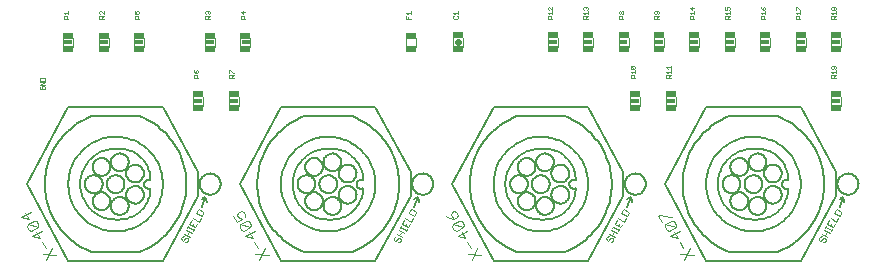
<source format=gto>
G75*
G70*
%OFA0B0*%
%FSLAX24Y24*%
%IPPOS*%
%LPD*%
%AMOC8*
5,1,8,0,0,1.08239X$1,22.5*
%
%ADD10C,0.0030*%
%ADD11C,0.0010*%
%ADD12C,0.0050*%
%ADD13C,0.0020*%
%ADD14R,0.0374X0.0197*%
%ADD15C,0.0040*%
%ADD16C,0.0220*%
%ADD17R,0.0300X0.0180*%
D10*
X018021Y001751D02*
X018274Y001683D01*
X018151Y001897D01*
X018342Y001936D02*
X018021Y001751D01*
X018228Y001516D02*
X018565Y001426D01*
X018588Y001510D01*
X018526Y001617D01*
X018442Y001640D01*
X018228Y001516D01*
X018205Y001432D01*
X018267Y001325D01*
X018352Y001302D01*
X018565Y001426D01*
X018519Y001259D02*
X018643Y001045D01*
X018390Y001113D01*
X018710Y001298D01*
X018703Y000940D02*
X018827Y000726D01*
X019048Y000714D02*
X018851Y000315D01*
X018727Y000529D02*
X019171Y000500D01*
X025077Y001804D02*
X025201Y001591D01*
X025361Y001683D01*
X025246Y001759D01*
X025215Y001813D01*
X025237Y001897D01*
X025344Y001959D01*
X025429Y001936D01*
X025490Y001829D01*
X025468Y001745D01*
X025529Y001640D02*
X025613Y001617D01*
X025675Y001510D01*
X025652Y001426D01*
X025315Y001516D01*
X025529Y001640D01*
X025652Y001426D02*
X025438Y001302D01*
X025354Y001325D01*
X025292Y001432D01*
X025315Y001516D01*
X025606Y001259D02*
X025729Y001045D01*
X025476Y001113D01*
X025797Y001298D01*
X025790Y000940D02*
X025913Y000726D01*
X025814Y000529D02*
X026258Y000500D01*
X026134Y000714D02*
X025937Y000315D01*
X032164Y001804D02*
X032279Y001728D01*
X032447Y001683D01*
X032355Y001843D01*
X032378Y001928D01*
X032431Y001959D01*
X032515Y001936D01*
X032577Y001829D01*
X032554Y001745D01*
X032447Y001683D01*
X032401Y001516D02*
X032739Y001426D01*
X032761Y001510D01*
X032699Y001617D01*
X032615Y001640D01*
X032401Y001516D01*
X032379Y001432D01*
X032440Y001325D01*
X032525Y001302D01*
X032739Y001426D01*
X032692Y001259D02*
X032816Y001045D01*
X032563Y001113D01*
X032884Y001298D01*
X032877Y000940D02*
X033000Y000726D01*
X032900Y000529D02*
X033345Y000500D01*
X033221Y000714D02*
X033024Y000315D01*
X039250Y001804D02*
X039374Y001591D01*
X039488Y001516D02*
X039825Y001426D01*
X039848Y001510D01*
X039786Y001617D01*
X039702Y001640D01*
X039488Y001516D01*
X039465Y001432D01*
X039527Y001325D01*
X039611Y001302D01*
X039825Y001426D01*
X039779Y001259D02*
X039902Y001045D01*
X039649Y001113D01*
X039970Y001298D01*
X039963Y000940D02*
X040087Y000726D01*
X040308Y000714D02*
X040110Y000315D01*
X039987Y000529D02*
X040431Y000500D01*
X039694Y001776D02*
X039641Y001745D01*
X039304Y001835D01*
X039250Y001804D01*
D11*
X039509Y006405D02*
X039509Y006480D01*
X039534Y006505D01*
X039584Y006505D01*
X039609Y006480D01*
X039609Y006405D01*
X039609Y006455D02*
X039659Y006505D01*
X039659Y006552D02*
X039659Y006652D01*
X039659Y006700D02*
X039659Y006800D01*
X039659Y006750D02*
X039509Y006750D01*
X039559Y006700D01*
X039509Y006602D02*
X039659Y006602D01*
X039559Y006552D02*
X039509Y006602D01*
X039509Y006405D02*
X039659Y006405D01*
X038478Y006405D02*
X038328Y006405D01*
X038328Y006480D01*
X038353Y006505D01*
X038403Y006505D01*
X038428Y006480D01*
X038428Y006405D01*
X038428Y006455D02*
X038478Y006505D01*
X038478Y006552D02*
X038478Y006652D01*
X038478Y006602D02*
X038328Y006602D01*
X038378Y006552D01*
X038353Y006700D02*
X038328Y006725D01*
X038328Y006775D01*
X038353Y006800D01*
X038453Y006700D01*
X038478Y006725D01*
X038478Y006775D01*
X038453Y006800D01*
X038353Y006800D01*
X038353Y006700D02*
X038453Y006700D01*
X038084Y008374D02*
X037934Y008374D01*
X037934Y008449D01*
X037959Y008474D01*
X038009Y008474D01*
X038034Y008449D01*
X038034Y008374D01*
X038034Y008424D02*
X038084Y008474D01*
X038059Y008521D02*
X038034Y008521D01*
X038009Y008546D01*
X038009Y008596D01*
X038034Y008621D01*
X038059Y008621D01*
X038084Y008596D01*
X038084Y008546D01*
X038059Y008521D01*
X038009Y008546D02*
X037984Y008521D01*
X037959Y008521D01*
X037934Y008546D01*
X037934Y008596D01*
X037959Y008621D01*
X037984Y008621D01*
X038009Y008596D01*
X036903Y008621D02*
X036903Y008521D01*
X036903Y008474D02*
X036853Y008424D01*
X036853Y008449D02*
X036853Y008374D01*
X036903Y008374D02*
X036753Y008374D01*
X036753Y008449D01*
X036778Y008474D01*
X036828Y008474D01*
X036853Y008449D01*
X036803Y008521D02*
X036753Y008571D01*
X036903Y008571D01*
X036878Y008668D02*
X036903Y008693D01*
X036903Y008743D01*
X036878Y008768D01*
X036853Y008768D01*
X036828Y008743D01*
X036828Y008718D01*
X036828Y008743D02*
X036803Y008768D01*
X036778Y008768D01*
X036753Y008743D01*
X036753Y008693D01*
X036778Y008668D01*
X035722Y008668D02*
X035622Y008768D01*
X035597Y008768D01*
X035572Y008743D01*
X035572Y008693D01*
X035597Y008668D01*
X035572Y008571D02*
X035722Y008571D01*
X035722Y008521D02*
X035722Y008621D01*
X035722Y008668D02*
X035722Y008768D01*
X035572Y008571D02*
X035622Y008521D01*
X035597Y008474D02*
X035647Y008474D01*
X035672Y008449D01*
X035672Y008374D01*
X035672Y008424D02*
X035722Y008474D01*
X035722Y008374D02*
X035572Y008374D01*
X035572Y008449D01*
X035597Y008474D01*
X032573Y008449D02*
X032548Y008474D01*
X032573Y008449D02*
X032573Y008399D01*
X032548Y008374D01*
X032448Y008374D01*
X032423Y008399D01*
X032423Y008449D01*
X032448Y008474D01*
X032473Y008521D02*
X032423Y008571D01*
X032573Y008571D01*
X032573Y008521D02*
X032573Y008621D01*
X030998Y008621D02*
X030998Y008521D01*
X030998Y008571D02*
X030848Y008571D01*
X030898Y008521D01*
X030848Y008474D02*
X030848Y008374D01*
X030998Y008374D01*
X030923Y008374D02*
X030923Y008424D01*
X025486Y008474D02*
X025436Y008424D01*
X025436Y008449D02*
X025436Y008374D01*
X025486Y008374D02*
X025336Y008374D01*
X025336Y008449D01*
X025361Y008474D01*
X025411Y008474D01*
X025436Y008449D01*
X025411Y008521D02*
X025411Y008621D01*
X025486Y008596D02*
X025336Y008596D01*
X025411Y008521D01*
X024305Y008546D02*
X024280Y008521D01*
X024305Y008546D02*
X024305Y008596D01*
X024280Y008621D01*
X024255Y008621D01*
X024230Y008596D01*
X024230Y008571D01*
X024230Y008596D02*
X024205Y008621D01*
X024180Y008621D01*
X024155Y008596D01*
X024155Y008546D01*
X024180Y008521D01*
X024180Y008474D02*
X024230Y008474D01*
X024255Y008449D01*
X024255Y008374D01*
X024255Y008424D02*
X024305Y008474D01*
X024305Y008374D02*
X024155Y008374D01*
X024155Y008449D01*
X024180Y008474D01*
X021943Y008474D02*
X021893Y008424D01*
X021893Y008449D02*
X021893Y008374D01*
X021943Y008374D02*
X021793Y008374D01*
X021793Y008449D01*
X021818Y008474D01*
X021868Y008474D01*
X021893Y008449D01*
X021918Y008521D02*
X021943Y008546D01*
X021943Y008596D01*
X021918Y008621D01*
X021868Y008621D01*
X021843Y008596D01*
X021843Y008571D01*
X021868Y008521D01*
X021793Y008521D01*
X021793Y008621D01*
X020762Y008621D02*
X020762Y008521D01*
X020662Y008621D01*
X020637Y008621D01*
X020611Y008596D01*
X020611Y008546D01*
X020637Y008521D01*
X020637Y008474D02*
X020687Y008474D01*
X020712Y008449D01*
X020712Y008374D01*
X020712Y008424D02*
X020762Y008474D01*
X020762Y008374D02*
X020611Y008374D01*
X020611Y008449D01*
X020637Y008474D01*
X019581Y008474D02*
X019530Y008424D01*
X019530Y008449D02*
X019530Y008374D01*
X019581Y008374D02*
X019430Y008374D01*
X019430Y008449D01*
X019455Y008474D01*
X019505Y008474D01*
X019530Y008449D01*
X019480Y008521D02*
X019430Y008571D01*
X019581Y008571D01*
X019581Y008521D02*
X019581Y008621D01*
X023761Y006652D02*
X023786Y006602D01*
X023836Y006552D01*
X023836Y006627D01*
X023861Y006652D01*
X023886Y006652D01*
X023911Y006627D01*
X023911Y006577D01*
X023886Y006552D01*
X023836Y006552D01*
X023836Y006505D02*
X023861Y006480D01*
X023861Y006405D01*
X023861Y006455D02*
X023911Y006505D01*
X023836Y006505D02*
X023786Y006505D01*
X023761Y006480D01*
X023761Y006405D01*
X023911Y006405D01*
X024942Y006405D02*
X024942Y006480D01*
X024967Y006505D01*
X025017Y006505D01*
X025042Y006480D01*
X025042Y006405D01*
X025042Y006455D02*
X025092Y006505D01*
X025092Y006552D02*
X025067Y006552D01*
X024967Y006652D01*
X024942Y006652D01*
X024942Y006552D01*
X024942Y006405D02*
X025092Y006405D01*
X018793Y006381D02*
X018768Y006406D01*
X018668Y006406D01*
X018643Y006381D01*
X018643Y006306D01*
X018793Y006306D01*
X018793Y006381D01*
X018793Y006259D02*
X018643Y006259D01*
X018643Y006159D02*
X018793Y006259D01*
X018793Y006159D02*
X018643Y006159D01*
X018668Y006111D02*
X018643Y006086D01*
X018643Y006036D01*
X018668Y006011D01*
X018768Y006011D01*
X018793Y006036D01*
X018793Y006086D01*
X018768Y006111D01*
X018718Y006111D01*
X018718Y006061D01*
X039115Y008374D02*
X039115Y008449D01*
X039140Y008474D01*
X039191Y008474D01*
X039216Y008449D01*
X039216Y008374D01*
X039216Y008424D02*
X039266Y008474D01*
X039241Y008521D02*
X039266Y008546D01*
X039266Y008596D01*
X039241Y008621D01*
X039140Y008621D01*
X039115Y008596D01*
X039115Y008546D01*
X039140Y008521D01*
X039165Y008521D01*
X039191Y008546D01*
X039191Y008621D01*
X039266Y008374D02*
X039115Y008374D01*
X040297Y008374D02*
X040297Y008449D01*
X040322Y008474D01*
X040372Y008474D01*
X040397Y008449D01*
X040397Y008374D01*
X040397Y008424D02*
X040447Y008474D01*
X040447Y008521D02*
X040447Y008621D01*
X040447Y008571D02*
X040297Y008571D01*
X040347Y008521D01*
X040372Y008668D02*
X040372Y008768D01*
X040447Y008743D02*
X040297Y008743D01*
X040372Y008668D01*
X040447Y008374D02*
X040297Y008374D01*
X041478Y008374D02*
X041478Y008449D01*
X041503Y008474D01*
X041553Y008474D01*
X041578Y008449D01*
X041578Y008374D01*
X041578Y008424D02*
X041628Y008474D01*
X041628Y008521D02*
X041628Y008621D01*
X041628Y008571D02*
X041478Y008571D01*
X041528Y008521D01*
X041553Y008668D02*
X041528Y008718D01*
X041528Y008743D01*
X041553Y008768D01*
X041603Y008768D01*
X041628Y008743D01*
X041628Y008693D01*
X041603Y008668D01*
X041553Y008668D02*
X041478Y008668D01*
X041478Y008768D01*
X041478Y008374D02*
X041628Y008374D01*
X042659Y008374D02*
X042659Y008449D01*
X042684Y008474D01*
X042734Y008474D01*
X042759Y008449D01*
X042759Y008374D01*
X042759Y008424D02*
X042809Y008474D01*
X042809Y008521D02*
X042809Y008621D01*
X042809Y008571D02*
X042659Y008571D01*
X042709Y008521D01*
X042734Y008668D02*
X042734Y008743D01*
X042759Y008768D01*
X042784Y008768D01*
X042809Y008743D01*
X042809Y008693D01*
X042784Y008668D01*
X042734Y008668D01*
X042684Y008718D01*
X042659Y008768D01*
X042659Y008374D02*
X042809Y008374D01*
X043840Y008374D02*
X043840Y008449D01*
X043865Y008474D01*
X043915Y008474D01*
X043940Y008449D01*
X043940Y008374D01*
X043940Y008424D02*
X043990Y008474D01*
X043990Y008521D02*
X043990Y008621D01*
X043990Y008668D02*
X043965Y008668D01*
X043865Y008768D01*
X043840Y008768D01*
X043840Y008668D01*
X043840Y008571D02*
X043990Y008571D01*
X043890Y008521D02*
X043840Y008571D01*
X043840Y008374D02*
X043990Y008374D01*
X045021Y008374D02*
X045021Y008449D01*
X045046Y008474D01*
X045096Y008474D01*
X045121Y008449D01*
X045121Y008374D01*
X045121Y008424D02*
X045171Y008474D01*
X045171Y008521D02*
X045171Y008621D01*
X045171Y008571D02*
X045021Y008571D01*
X045071Y008521D01*
X045071Y008668D02*
X045046Y008668D01*
X045021Y008693D01*
X045021Y008743D01*
X045046Y008768D01*
X045071Y008768D01*
X045096Y008743D01*
X045096Y008693D01*
X045071Y008668D01*
X045096Y008693D02*
X045121Y008668D01*
X045146Y008668D01*
X045171Y008693D01*
X045171Y008743D01*
X045146Y008768D01*
X045121Y008768D01*
X045096Y008743D01*
X045171Y008374D02*
X045021Y008374D01*
X045046Y006800D02*
X045021Y006775D01*
X045021Y006725D01*
X045046Y006700D01*
X045071Y006700D01*
X045096Y006725D01*
X045096Y006800D01*
X045146Y006800D02*
X045046Y006800D01*
X045146Y006800D02*
X045171Y006775D01*
X045171Y006725D01*
X045146Y006700D01*
X045171Y006652D02*
X045171Y006552D01*
X045171Y006505D02*
X045121Y006455D01*
X045121Y006480D02*
X045121Y006405D01*
X045171Y006405D02*
X045021Y006405D01*
X045021Y006480D01*
X045046Y006505D01*
X045096Y006505D01*
X045121Y006480D01*
X045071Y006552D02*
X045021Y006602D01*
X045171Y006602D01*
D12*
X043995Y005416D02*
X045176Y003250D01*
X045176Y002463D01*
X043995Y000298D01*
X040845Y000298D01*
X039467Y002857D01*
X040845Y005416D01*
X043995Y005416D01*
X043208Y005120D02*
X041633Y005120D01*
X042420Y004038D02*
X042538Y004038D01*
X042263Y003585D02*
X042265Y003619D01*
X042271Y003653D01*
X042281Y003686D01*
X042294Y003717D01*
X042312Y003747D01*
X042332Y003775D01*
X042356Y003800D01*
X042382Y003822D01*
X042410Y003840D01*
X042441Y003856D01*
X042473Y003868D01*
X042507Y003876D01*
X042541Y003880D01*
X042575Y003880D01*
X042609Y003876D01*
X042643Y003868D01*
X042675Y003856D01*
X042705Y003840D01*
X042734Y003822D01*
X042760Y003800D01*
X042784Y003775D01*
X042804Y003747D01*
X042822Y003717D01*
X042835Y003686D01*
X042845Y003653D01*
X042851Y003619D01*
X042853Y003585D01*
X042851Y003551D01*
X042845Y003517D01*
X042835Y003484D01*
X042822Y003453D01*
X042804Y003423D01*
X042784Y003395D01*
X042760Y003370D01*
X042734Y003348D01*
X042706Y003330D01*
X042675Y003314D01*
X042643Y003302D01*
X042609Y003294D01*
X042575Y003290D01*
X042541Y003290D01*
X042507Y003294D01*
X042473Y003302D01*
X042441Y003314D01*
X042410Y003330D01*
X042382Y003348D01*
X042356Y003370D01*
X042332Y003395D01*
X042312Y003423D01*
X042294Y003453D01*
X042281Y003484D01*
X042271Y003517D01*
X042265Y003551D01*
X042263Y003585D01*
X041653Y003428D02*
X041655Y003462D01*
X041661Y003496D01*
X041671Y003529D01*
X041684Y003560D01*
X041702Y003590D01*
X041722Y003618D01*
X041746Y003643D01*
X041772Y003665D01*
X041800Y003683D01*
X041831Y003699D01*
X041863Y003711D01*
X041897Y003719D01*
X041931Y003723D01*
X041965Y003723D01*
X041999Y003719D01*
X042033Y003711D01*
X042065Y003699D01*
X042095Y003683D01*
X042124Y003665D01*
X042150Y003643D01*
X042174Y003618D01*
X042194Y003590D01*
X042212Y003560D01*
X042225Y003529D01*
X042235Y003496D01*
X042241Y003462D01*
X042243Y003428D01*
X042241Y003394D01*
X042235Y003360D01*
X042225Y003327D01*
X042212Y003296D01*
X042194Y003266D01*
X042174Y003238D01*
X042150Y003213D01*
X042124Y003191D01*
X042096Y003173D01*
X042065Y003157D01*
X042033Y003145D01*
X041999Y003137D01*
X041965Y003133D01*
X041931Y003133D01*
X041897Y003137D01*
X041863Y003145D01*
X041831Y003157D01*
X041800Y003173D01*
X041772Y003191D01*
X041746Y003213D01*
X041722Y003238D01*
X041702Y003266D01*
X041684Y003296D01*
X041671Y003327D01*
X041661Y003360D01*
X041655Y003394D01*
X041653Y003428D01*
X042538Y004037D02*
X042601Y004035D01*
X042664Y004029D01*
X042726Y004020D01*
X042788Y004007D01*
X042848Y003990D01*
X042908Y003969D01*
X042966Y003945D01*
X043023Y003918D01*
X043078Y003887D01*
X043130Y003852D01*
X043181Y003815D01*
X043230Y003775D01*
X043276Y003732D01*
X043319Y003686D01*
X043359Y003637D01*
X043396Y003586D01*
X043431Y003534D01*
X043462Y003479D01*
X043489Y003422D01*
X043513Y003364D01*
X043534Y003304D01*
X043551Y003244D01*
X043564Y003182D01*
X043573Y003120D01*
X043579Y003057D01*
X043581Y002994D01*
X043582Y002994D02*
X043503Y002994D01*
X043503Y002995D02*
X043481Y002993D01*
X043460Y002988D01*
X043440Y002980D01*
X043422Y002969D01*
X043405Y002955D01*
X043391Y002938D01*
X043380Y002920D01*
X043372Y002900D01*
X043367Y002879D01*
X043365Y002857D01*
X043367Y002834D01*
X043372Y002811D01*
X043381Y002789D01*
X043393Y002769D01*
X043408Y002751D01*
X043426Y002735D01*
X043446Y002723D01*
X043467Y002713D01*
X043490Y002707D01*
X043513Y002705D01*
X043536Y002706D01*
X043559Y002711D01*
X043581Y002719D01*
X042775Y002502D02*
X042777Y002536D01*
X042783Y002570D01*
X042793Y002603D01*
X042806Y002634D01*
X042824Y002664D01*
X042844Y002692D01*
X042868Y002717D01*
X042894Y002739D01*
X042922Y002757D01*
X042953Y002773D01*
X042985Y002785D01*
X043019Y002793D01*
X043053Y002797D01*
X043087Y002797D01*
X043121Y002793D01*
X043155Y002785D01*
X043187Y002773D01*
X043217Y002757D01*
X043246Y002739D01*
X043272Y002717D01*
X043296Y002692D01*
X043316Y002664D01*
X043334Y002634D01*
X043347Y002603D01*
X043357Y002570D01*
X043363Y002536D01*
X043365Y002502D01*
X043363Y002468D01*
X043357Y002434D01*
X043347Y002401D01*
X043334Y002370D01*
X043316Y002340D01*
X043296Y002312D01*
X043272Y002287D01*
X043246Y002265D01*
X043218Y002247D01*
X043187Y002231D01*
X043155Y002219D01*
X043121Y002211D01*
X043087Y002207D01*
X043053Y002207D01*
X043019Y002211D01*
X042985Y002219D01*
X042953Y002231D01*
X042922Y002247D01*
X042894Y002265D01*
X042868Y002287D01*
X042844Y002312D01*
X042824Y002340D01*
X042806Y002370D01*
X042793Y002401D01*
X042783Y002434D01*
X042777Y002468D01*
X042775Y002502D01*
X043581Y002719D02*
X043579Y002656D01*
X043573Y002593D01*
X043564Y002531D01*
X043551Y002469D01*
X043534Y002409D01*
X043513Y002349D01*
X043489Y002291D01*
X043462Y002234D01*
X043431Y002179D01*
X043396Y002127D01*
X043359Y002076D01*
X043319Y002027D01*
X043276Y001981D01*
X043230Y001938D01*
X043181Y001898D01*
X043130Y001861D01*
X043078Y001826D01*
X043023Y001795D01*
X042966Y001768D01*
X042908Y001744D01*
X042848Y001723D01*
X042788Y001706D01*
X042726Y001693D01*
X042664Y001684D01*
X042601Y001678D01*
X042538Y001676D01*
X042420Y001676D01*
X042263Y002128D02*
X042265Y002162D01*
X042271Y002196D01*
X042281Y002229D01*
X042294Y002260D01*
X042312Y002290D01*
X042332Y002318D01*
X042356Y002343D01*
X042382Y002365D01*
X042410Y002383D01*
X042441Y002399D01*
X042473Y002411D01*
X042507Y002419D01*
X042541Y002423D01*
X042575Y002423D01*
X042609Y002419D01*
X042643Y002411D01*
X042675Y002399D01*
X042705Y002383D01*
X042734Y002365D01*
X042760Y002343D01*
X042784Y002318D01*
X042804Y002290D01*
X042822Y002260D01*
X042835Y002229D01*
X042845Y002196D01*
X042851Y002162D01*
X042853Y002128D01*
X042851Y002094D01*
X042845Y002060D01*
X042835Y002027D01*
X042822Y001996D01*
X042804Y001966D01*
X042784Y001938D01*
X042760Y001913D01*
X042734Y001891D01*
X042706Y001873D01*
X042675Y001857D01*
X042643Y001845D01*
X042609Y001837D01*
X042575Y001833D01*
X042541Y001833D01*
X042507Y001837D01*
X042473Y001845D01*
X042441Y001857D01*
X042410Y001873D01*
X042382Y001891D01*
X042356Y001913D01*
X042332Y001938D01*
X042312Y001966D01*
X042294Y001996D01*
X042281Y002027D01*
X042271Y002060D01*
X042265Y002094D01*
X042263Y002128D01*
X041653Y002286D02*
X041655Y002320D01*
X041661Y002354D01*
X041671Y002387D01*
X041684Y002418D01*
X041702Y002448D01*
X041722Y002476D01*
X041746Y002501D01*
X041772Y002523D01*
X041800Y002541D01*
X041831Y002557D01*
X041863Y002569D01*
X041897Y002577D01*
X041931Y002581D01*
X041965Y002581D01*
X041999Y002577D01*
X042033Y002569D01*
X042065Y002557D01*
X042095Y002541D01*
X042124Y002523D01*
X042150Y002501D01*
X042174Y002476D01*
X042194Y002448D01*
X042212Y002418D01*
X042225Y002387D01*
X042235Y002354D01*
X042241Y002320D01*
X042243Y002286D01*
X042241Y002252D01*
X042235Y002218D01*
X042225Y002185D01*
X042212Y002154D01*
X042194Y002124D01*
X042174Y002096D01*
X042150Y002071D01*
X042124Y002049D01*
X042096Y002031D01*
X042065Y002015D01*
X042033Y002003D01*
X041999Y001995D01*
X041965Y001991D01*
X041931Y001991D01*
X041897Y001995D01*
X041863Y002003D01*
X041831Y002015D01*
X041800Y002031D01*
X041772Y002049D01*
X041746Y002071D01*
X041722Y002096D01*
X041702Y002124D01*
X041684Y002154D01*
X041671Y002185D01*
X041661Y002218D01*
X041655Y002252D01*
X041653Y002286D01*
X041397Y002857D02*
X041399Y002891D01*
X041405Y002925D01*
X041415Y002958D01*
X041428Y002989D01*
X041446Y003019D01*
X041466Y003047D01*
X041490Y003072D01*
X041516Y003094D01*
X041544Y003112D01*
X041575Y003128D01*
X041607Y003140D01*
X041641Y003148D01*
X041675Y003152D01*
X041709Y003152D01*
X041743Y003148D01*
X041777Y003140D01*
X041809Y003128D01*
X041839Y003112D01*
X041868Y003094D01*
X041894Y003072D01*
X041918Y003047D01*
X041938Y003019D01*
X041956Y002989D01*
X041969Y002958D01*
X041979Y002925D01*
X041985Y002891D01*
X041987Y002857D01*
X041985Y002823D01*
X041979Y002789D01*
X041969Y002756D01*
X041956Y002725D01*
X041938Y002695D01*
X041918Y002667D01*
X041894Y002642D01*
X041868Y002620D01*
X041840Y002602D01*
X041809Y002586D01*
X041777Y002574D01*
X041743Y002566D01*
X041709Y002562D01*
X041675Y002562D01*
X041641Y002566D01*
X041607Y002574D01*
X041575Y002586D01*
X041544Y002602D01*
X041516Y002620D01*
X041490Y002642D01*
X041466Y002667D01*
X041446Y002695D01*
X041428Y002725D01*
X041415Y002756D01*
X041405Y002789D01*
X041399Y002823D01*
X041397Y002857D01*
X043208Y005120D02*
X043317Y005077D01*
X043423Y005028D01*
X043528Y004974D01*
X043629Y004915D01*
X043728Y004852D01*
X043823Y004783D01*
X043915Y004710D01*
X044003Y004633D01*
X044088Y004551D01*
X044168Y004466D01*
X044244Y004376D01*
X044316Y004283D01*
X044383Y004187D01*
X044445Y004087D01*
X044502Y003985D01*
X044555Y003880D01*
X044602Y003773D01*
X044644Y003663D01*
X044680Y003551D01*
X044711Y003438D01*
X044736Y003324D01*
X044756Y003208D01*
X044771Y003091D01*
X044779Y002974D01*
X044782Y002857D01*
X045294Y002345D02*
X045412Y002424D01*
X045452Y002266D01*
X045412Y002424D02*
X045294Y002109D01*
X045216Y002857D02*
X045218Y002894D01*
X045224Y002931D01*
X045233Y002966D01*
X045247Y003001D01*
X045263Y003034D01*
X045284Y003065D01*
X045307Y003094D01*
X045333Y003120D01*
X045362Y003143D01*
X045393Y003164D01*
X045426Y003180D01*
X045461Y003194D01*
X045496Y003203D01*
X045533Y003209D01*
X045570Y003211D01*
X045607Y003209D01*
X045644Y003203D01*
X045679Y003194D01*
X045714Y003180D01*
X045747Y003164D01*
X045778Y003143D01*
X045807Y003120D01*
X045833Y003094D01*
X045856Y003065D01*
X045877Y003034D01*
X045893Y003001D01*
X045907Y002966D01*
X045916Y002931D01*
X045922Y002894D01*
X045924Y002857D01*
X045922Y002820D01*
X045916Y002783D01*
X045907Y002748D01*
X045893Y002713D01*
X045877Y002680D01*
X045856Y002649D01*
X045833Y002620D01*
X045807Y002594D01*
X045778Y002571D01*
X045747Y002550D01*
X045714Y002534D01*
X045679Y002520D01*
X045644Y002511D01*
X045607Y002505D01*
X045570Y002503D01*
X045533Y002505D01*
X045496Y002511D01*
X045461Y002520D01*
X045426Y002534D01*
X045393Y002550D01*
X045362Y002571D01*
X045333Y002594D01*
X045307Y002620D01*
X045284Y002649D01*
X045263Y002680D01*
X045247Y002713D01*
X045233Y002748D01*
X045224Y002783D01*
X045218Y002820D01*
X045216Y002857D01*
X042775Y003211D02*
X042777Y003245D01*
X042783Y003279D01*
X042793Y003312D01*
X042806Y003343D01*
X042824Y003373D01*
X042844Y003401D01*
X042868Y003426D01*
X042894Y003448D01*
X042922Y003466D01*
X042953Y003482D01*
X042985Y003494D01*
X043019Y003502D01*
X043053Y003506D01*
X043087Y003506D01*
X043121Y003502D01*
X043155Y003494D01*
X043187Y003482D01*
X043217Y003466D01*
X043246Y003448D01*
X043272Y003426D01*
X043296Y003401D01*
X043316Y003373D01*
X043334Y003343D01*
X043347Y003312D01*
X043357Y003279D01*
X043363Y003245D01*
X043365Y003211D01*
X043363Y003177D01*
X043357Y003143D01*
X043347Y003110D01*
X043334Y003079D01*
X043316Y003049D01*
X043296Y003021D01*
X043272Y002996D01*
X043246Y002974D01*
X043218Y002956D01*
X043187Y002940D01*
X043155Y002928D01*
X043121Y002920D01*
X043087Y002916D01*
X043053Y002916D01*
X043019Y002920D01*
X042985Y002928D01*
X042953Y002940D01*
X042922Y002956D01*
X042894Y002974D01*
X042868Y002996D01*
X042844Y003021D01*
X042824Y003049D01*
X042806Y003079D01*
X042793Y003110D01*
X042783Y003143D01*
X042777Y003177D01*
X042775Y003211D01*
X041632Y005120D02*
X041523Y005077D01*
X041417Y005028D01*
X041312Y004974D01*
X041211Y004915D01*
X041112Y004852D01*
X041017Y004783D01*
X040925Y004710D01*
X040837Y004633D01*
X040752Y004551D01*
X040672Y004466D01*
X040596Y004376D01*
X040524Y004283D01*
X040457Y004187D01*
X040395Y004087D01*
X040338Y003985D01*
X040285Y003880D01*
X040238Y003773D01*
X040196Y003663D01*
X040160Y003551D01*
X040129Y003438D01*
X040104Y003324D01*
X040084Y003208D01*
X040069Y003091D01*
X040061Y002974D01*
X040058Y002857D01*
X038129Y002857D02*
X038131Y002894D01*
X038137Y002931D01*
X038146Y002966D01*
X038160Y003001D01*
X038176Y003034D01*
X038197Y003065D01*
X038220Y003094D01*
X038246Y003120D01*
X038275Y003143D01*
X038306Y003164D01*
X038339Y003180D01*
X038374Y003194D01*
X038409Y003203D01*
X038446Y003209D01*
X038483Y003211D01*
X038520Y003209D01*
X038557Y003203D01*
X038592Y003194D01*
X038627Y003180D01*
X038660Y003164D01*
X038691Y003143D01*
X038720Y003120D01*
X038746Y003094D01*
X038769Y003065D01*
X038790Y003034D01*
X038806Y003001D01*
X038820Y002966D01*
X038829Y002931D01*
X038835Y002894D01*
X038837Y002857D01*
X038835Y002820D01*
X038829Y002783D01*
X038820Y002748D01*
X038806Y002713D01*
X038790Y002680D01*
X038769Y002649D01*
X038746Y002620D01*
X038720Y002594D01*
X038691Y002571D01*
X038660Y002550D01*
X038627Y002534D01*
X038592Y002520D01*
X038557Y002511D01*
X038520Y002505D01*
X038483Y002503D01*
X038446Y002505D01*
X038409Y002511D01*
X038374Y002520D01*
X038339Y002534D01*
X038306Y002550D01*
X038275Y002571D01*
X038246Y002594D01*
X038220Y002620D01*
X038197Y002649D01*
X038176Y002680D01*
X038160Y002713D01*
X038146Y002748D01*
X038137Y002783D01*
X038131Y002820D01*
X038129Y002857D01*
X038089Y003250D02*
X038089Y002463D01*
X036908Y000298D01*
X033759Y000298D01*
X032381Y002857D01*
X033759Y005416D01*
X036908Y005416D01*
X038089Y003250D01*
X036495Y002994D02*
X036416Y002994D01*
X036416Y002995D02*
X036394Y002993D01*
X036373Y002988D01*
X036353Y002980D01*
X036335Y002969D01*
X036318Y002955D01*
X036304Y002938D01*
X036293Y002920D01*
X036285Y002900D01*
X036280Y002879D01*
X036278Y002857D01*
X036279Y002857D02*
X036281Y002834D01*
X036286Y002811D01*
X036295Y002789D01*
X036307Y002769D01*
X036322Y002751D01*
X036340Y002735D01*
X036360Y002723D01*
X036381Y002713D01*
X036404Y002707D01*
X036427Y002705D01*
X036450Y002706D01*
X036473Y002711D01*
X036495Y002719D01*
X035688Y002502D02*
X035690Y002536D01*
X035696Y002570D01*
X035706Y002603D01*
X035719Y002634D01*
X035737Y002664D01*
X035757Y002692D01*
X035781Y002717D01*
X035807Y002739D01*
X035835Y002757D01*
X035866Y002773D01*
X035898Y002785D01*
X035932Y002793D01*
X035966Y002797D01*
X036000Y002797D01*
X036034Y002793D01*
X036068Y002785D01*
X036100Y002773D01*
X036130Y002757D01*
X036159Y002739D01*
X036185Y002717D01*
X036209Y002692D01*
X036229Y002664D01*
X036247Y002634D01*
X036260Y002603D01*
X036270Y002570D01*
X036276Y002536D01*
X036278Y002502D01*
X036276Y002468D01*
X036270Y002434D01*
X036260Y002401D01*
X036247Y002370D01*
X036229Y002340D01*
X036209Y002312D01*
X036185Y002287D01*
X036159Y002265D01*
X036131Y002247D01*
X036100Y002231D01*
X036068Y002219D01*
X036034Y002211D01*
X036000Y002207D01*
X035966Y002207D01*
X035932Y002211D01*
X035898Y002219D01*
X035866Y002231D01*
X035835Y002247D01*
X035807Y002265D01*
X035781Y002287D01*
X035757Y002312D01*
X035737Y002340D01*
X035719Y002370D01*
X035706Y002401D01*
X035696Y002434D01*
X035690Y002468D01*
X035688Y002502D01*
X036495Y002719D02*
X036493Y002656D01*
X036487Y002593D01*
X036478Y002531D01*
X036465Y002469D01*
X036448Y002409D01*
X036427Y002349D01*
X036403Y002291D01*
X036376Y002234D01*
X036345Y002179D01*
X036310Y002127D01*
X036273Y002076D01*
X036233Y002027D01*
X036190Y001981D01*
X036144Y001938D01*
X036095Y001898D01*
X036044Y001861D01*
X035992Y001826D01*
X035937Y001795D01*
X035880Y001768D01*
X035822Y001744D01*
X035762Y001723D01*
X035702Y001706D01*
X035640Y001693D01*
X035578Y001684D01*
X035515Y001678D01*
X035452Y001676D01*
X035334Y001676D01*
X035176Y002128D02*
X035178Y002162D01*
X035184Y002196D01*
X035194Y002229D01*
X035207Y002260D01*
X035225Y002290D01*
X035245Y002318D01*
X035269Y002343D01*
X035295Y002365D01*
X035323Y002383D01*
X035354Y002399D01*
X035386Y002411D01*
X035420Y002419D01*
X035454Y002423D01*
X035488Y002423D01*
X035522Y002419D01*
X035556Y002411D01*
X035588Y002399D01*
X035618Y002383D01*
X035647Y002365D01*
X035673Y002343D01*
X035697Y002318D01*
X035717Y002290D01*
X035735Y002260D01*
X035748Y002229D01*
X035758Y002196D01*
X035764Y002162D01*
X035766Y002128D01*
X035764Y002094D01*
X035758Y002060D01*
X035748Y002027D01*
X035735Y001996D01*
X035717Y001966D01*
X035697Y001938D01*
X035673Y001913D01*
X035647Y001891D01*
X035619Y001873D01*
X035588Y001857D01*
X035556Y001845D01*
X035522Y001837D01*
X035488Y001833D01*
X035454Y001833D01*
X035420Y001837D01*
X035386Y001845D01*
X035354Y001857D01*
X035323Y001873D01*
X035295Y001891D01*
X035269Y001913D01*
X035245Y001938D01*
X035225Y001966D01*
X035207Y001996D01*
X035194Y002027D01*
X035184Y002060D01*
X035178Y002094D01*
X035176Y002128D01*
X034566Y002286D02*
X034568Y002320D01*
X034574Y002354D01*
X034584Y002387D01*
X034597Y002418D01*
X034615Y002448D01*
X034635Y002476D01*
X034659Y002501D01*
X034685Y002523D01*
X034713Y002541D01*
X034744Y002557D01*
X034776Y002569D01*
X034810Y002577D01*
X034844Y002581D01*
X034878Y002581D01*
X034912Y002577D01*
X034946Y002569D01*
X034978Y002557D01*
X035008Y002541D01*
X035037Y002523D01*
X035063Y002501D01*
X035087Y002476D01*
X035107Y002448D01*
X035125Y002418D01*
X035138Y002387D01*
X035148Y002354D01*
X035154Y002320D01*
X035156Y002286D01*
X035154Y002252D01*
X035148Y002218D01*
X035138Y002185D01*
X035125Y002154D01*
X035107Y002124D01*
X035087Y002096D01*
X035063Y002071D01*
X035037Y002049D01*
X035009Y002031D01*
X034978Y002015D01*
X034946Y002003D01*
X034912Y001995D01*
X034878Y001991D01*
X034844Y001991D01*
X034810Y001995D01*
X034776Y002003D01*
X034744Y002015D01*
X034713Y002031D01*
X034685Y002049D01*
X034659Y002071D01*
X034635Y002096D01*
X034615Y002124D01*
X034597Y002154D01*
X034584Y002185D01*
X034574Y002218D01*
X034568Y002252D01*
X034566Y002286D01*
X034310Y002857D02*
X034312Y002891D01*
X034318Y002925D01*
X034328Y002958D01*
X034341Y002989D01*
X034359Y003019D01*
X034379Y003047D01*
X034403Y003072D01*
X034429Y003094D01*
X034457Y003112D01*
X034488Y003128D01*
X034520Y003140D01*
X034554Y003148D01*
X034588Y003152D01*
X034622Y003152D01*
X034656Y003148D01*
X034690Y003140D01*
X034722Y003128D01*
X034752Y003112D01*
X034781Y003094D01*
X034807Y003072D01*
X034831Y003047D01*
X034851Y003019D01*
X034869Y002989D01*
X034882Y002958D01*
X034892Y002925D01*
X034898Y002891D01*
X034900Y002857D01*
X034898Y002823D01*
X034892Y002789D01*
X034882Y002756D01*
X034869Y002725D01*
X034851Y002695D01*
X034831Y002667D01*
X034807Y002642D01*
X034781Y002620D01*
X034753Y002602D01*
X034722Y002586D01*
X034690Y002574D01*
X034656Y002566D01*
X034622Y002562D01*
X034588Y002562D01*
X034554Y002566D01*
X034520Y002574D01*
X034488Y002586D01*
X034457Y002602D01*
X034429Y002620D01*
X034403Y002642D01*
X034379Y002667D01*
X034359Y002695D01*
X034341Y002725D01*
X034328Y002756D01*
X034318Y002789D01*
X034312Y002823D01*
X034310Y002857D01*
X036121Y005120D02*
X036230Y005077D01*
X036336Y005028D01*
X036441Y004974D01*
X036542Y004915D01*
X036641Y004852D01*
X036736Y004783D01*
X036828Y004710D01*
X036916Y004633D01*
X037001Y004551D01*
X037081Y004466D01*
X037157Y004376D01*
X037229Y004283D01*
X037296Y004187D01*
X037358Y004087D01*
X037415Y003985D01*
X037468Y003880D01*
X037515Y003773D01*
X037557Y003663D01*
X037593Y003551D01*
X037624Y003438D01*
X037649Y003324D01*
X037669Y003208D01*
X037684Y003091D01*
X037692Y002974D01*
X037695Y002857D01*
X038208Y002345D02*
X038326Y002424D01*
X038365Y002266D01*
X038326Y002424D02*
X038208Y002109D01*
X035688Y003211D02*
X035690Y003245D01*
X035696Y003279D01*
X035706Y003312D01*
X035719Y003343D01*
X035737Y003373D01*
X035757Y003401D01*
X035781Y003426D01*
X035807Y003448D01*
X035835Y003466D01*
X035866Y003482D01*
X035898Y003494D01*
X035932Y003502D01*
X035966Y003506D01*
X036000Y003506D01*
X036034Y003502D01*
X036068Y003494D01*
X036100Y003482D01*
X036130Y003466D01*
X036159Y003448D01*
X036185Y003426D01*
X036209Y003401D01*
X036229Y003373D01*
X036247Y003343D01*
X036260Y003312D01*
X036270Y003279D01*
X036276Y003245D01*
X036278Y003211D01*
X036276Y003177D01*
X036270Y003143D01*
X036260Y003110D01*
X036247Y003079D01*
X036229Y003049D01*
X036209Y003021D01*
X036185Y002996D01*
X036159Y002974D01*
X036131Y002956D01*
X036100Y002940D01*
X036068Y002928D01*
X036034Y002920D01*
X036000Y002916D01*
X035966Y002916D01*
X035932Y002920D01*
X035898Y002928D01*
X035866Y002940D01*
X035835Y002956D01*
X035807Y002974D01*
X035781Y002996D01*
X035757Y003021D01*
X035737Y003049D01*
X035719Y003079D01*
X035706Y003110D01*
X035696Y003143D01*
X035690Y003177D01*
X035688Y003211D01*
X036495Y002994D02*
X036493Y003057D01*
X036487Y003120D01*
X036478Y003182D01*
X036465Y003244D01*
X036448Y003304D01*
X036427Y003364D01*
X036403Y003422D01*
X036376Y003479D01*
X036345Y003534D01*
X036310Y003586D01*
X036273Y003637D01*
X036233Y003686D01*
X036190Y003732D01*
X036144Y003775D01*
X036095Y003815D01*
X036044Y003852D01*
X035992Y003887D01*
X035937Y003918D01*
X035880Y003945D01*
X035822Y003969D01*
X035762Y003990D01*
X035702Y004007D01*
X035640Y004020D01*
X035578Y004029D01*
X035515Y004035D01*
X035452Y004037D01*
X035452Y004038D02*
X035334Y004038D01*
X035176Y003585D02*
X035178Y003619D01*
X035184Y003653D01*
X035194Y003686D01*
X035207Y003717D01*
X035225Y003747D01*
X035245Y003775D01*
X035269Y003800D01*
X035295Y003822D01*
X035323Y003840D01*
X035354Y003856D01*
X035386Y003868D01*
X035420Y003876D01*
X035454Y003880D01*
X035488Y003880D01*
X035522Y003876D01*
X035556Y003868D01*
X035588Y003856D01*
X035618Y003840D01*
X035647Y003822D01*
X035673Y003800D01*
X035697Y003775D01*
X035717Y003747D01*
X035735Y003717D01*
X035748Y003686D01*
X035758Y003653D01*
X035764Y003619D01*
X035766Y003585D01*
X035764Y003551D01*
X035758Y003517D01*
X035748Y003484D01*
X035735Y003453D01*
X035717Y003423D01*
X035697Y003395D01*
X035673Y003370D01*
X035647Y003348D01*
X035619Y003330D01*
X035588Y003314D01*
X035556Y003302D01*
X035522Y003294D01*
X035488Y003290D01*
X035454Y003290D01*
X035420Y003294D01*
X035386Y003302D01*
X035354Y003314D01*
X035323Y003330D01*
X035295Y003348D01*
X035269Y003370D01*
X035245Y003395D01*
X035225Y003423D01*
X035207Y003453D01*
X035194Y003484D01*
X035184Y003517D01*
X035178Y003551D01*
X035176Y003585D01*
X034566Y003428D02*
X034568Y003462D01*
X034574Y003496D01*
X034584Y003529D01*
X034597Y003560D01*
X034615Y003590D01*
X034635Y003618D01*
X034659Y003643D01*
X034685Y003665D01*
X034713Y003683D01*
X034744Y003699D01*
X034776Y003711D01*
X034810Y003719D01*
X034844Y003723D01*
X034878Y003723D01*
X034912Y003719D01*
X034946Y003711D01*
X034978Y003699D01*
X035008Y003683D01*
X035037Y003665D01*
X035063Y003643D01*
X035087Y003618D01*
X035107Y003590D01*
X035125Y003560D01*
X035138Y003529D01*
X035148Y003496D01*
X035154Y003462D01*
X035156Y003428D01*
X035154Y003394D01*
X035148Y003360D01*
X035138Y003327D01*
X035125Y003296D01*
X035107Y003266D01*
X035087Y003238D01*
X035063Y003213D01*
X035037Y003191D01*
X035009Y003173D01*
X034978Y003157D01*
X034946Y003145D01*
X034912Y003137D01*
X034878Y003133D01*
X034844Y003133D01*
X034810Y003137D01*
X034776Y003145D01*
X034744Y003157D01*
X034713Y003173D01*
X034685Y003191D01*
X034659Y003213D01*
X034635Y003238D01*
X034615Y003266D01*
X034597Y003296D01*
X034584Y003327D01*
X034574Y003360D01*
X034568Y003394D01*
X034566Y003428D01*
X037695Y002857D02*
X037692Y002740D01*
X037684Y002623D01*
X037669Y002506D01*
X037649Y002390D01*
X037624Y002276D01*
X037593Y002163D01*
X037557Y002051D01*
X037515Y001941D01*
X037468Y001834D01*
X037415Y001729D01*
X037358Y001627D01*
X037296Y001527D01*
X037229Y001431D01*
X037157Y001338D01*
X037081Y001248D01*
X037001Y001163D01*
X036916Y001081D01*
X036828Y001004D01*
X036736Y000931D01*
X036641Y000862D01*
X036542Y000799D01*
X036441Y000740D01*
X036336Y000686D01*
X036230Y000637D01*
X036121Y000594D01*
X036121Y000593D02*
X034546Y000593D01*
X031278Y002266D02*
X031239Y002424D01*
X031121Y002345D01*
X031239Y002424D02*
X031121Y002109D01*
X031003Y002463D02*
X029822Y000298D01*
X026672Y000298D01*
X025294Y002857D01*
X026672Y005416D01*
X029822Y005416D01*
X031003Y003250D01*
X031003Y002463D01*
X031043Y002857D02*
X031045Y002894D01*
X031051Y002931D01*
X031060Y002966D01*
X031074Y003001D01*
X031090Y003034D01*
X031111Y003065D01*
X031134Y003094D01*
X031160Y003120D01*
X031189Y003143D01*
X031220Y003164D01*
X031253Y003180D01*
X031288Y003194D01*
X031323Y003203D01*
X031360Y003209D01*
X031397Y003211D01*
X031434Y003209D01*
X031471Y003203D01*
X031506Y003194D01*
X031541Y003180D01*
X031574Y003164D01*
X031605Y003143D01*
X031634Y003120D01*
X031660Y003094D01*
X031683Y003065D01*
X031704Y003034D01*
X031720Y003001D01*
X031734Y002966D01*
X031743Y002931D01*
X031749Y002894D01*
X031751Y002857D01*
X031749Y002820D01*
X031743Y002783D01*
X031734Y002748D01*
X031720Y002713D01*
X031704Y002680D01*
X031683Y002649D01*
X031660Y002620D01*
X031634Y002594D01*
X031605Y002571D01*
X031574Y002550D01*
X031541Y002534D01*
X031506Y002520D01*
X031471Y002511D01*
X031434Y002505D01*
X031397Y002503D01*
X031360Y002505D01*
X031323Y002511D01*
X031288Y002520D01*
X031253Y002534D01*
X031220Y002550D01*
X031189Y002571D01*
X031160Y002594D01*
X031134Y002620D01*
X031111Y002649D01*
X031090Y002680D01*
X031074Y002713D01*
X031060Y002748D01*
X031051Y002783D01*
X031045Y002820D01*
X031043Y002857D01*
X029408Y002994D02*
X029330Y002994D01*
X029330Y002995D02*
X029308Y002993D01*
X029287Y002988D01*
X029267Y002980D01*
X029249Y002969D01*
X029232Y002955D01*
X029218Y002938D01*
X029207Y002920D01*
X029199Y002900D01*
X029194Y002879D01*
X029192Y002857D01*
X029194Y002834D01*
X029199Y002811D01*
X029208Y002789D01*
X029220Y002769D01*
X029235Y002751D01*
X029253Y002735D01*
X029273Y002723D01*
X029294Y002713D01*
X029317Y002707D01*
X029340Y002705D01*
X029363Y002706D01*
X029386Y002711D01*
X029408Y002719D01*
X028602Y002502D02*
X028604Y002536D01*
X028610Y002570D01*
X028620Y002603D01*
X028633Y002634D01*
X028651Y002664D01*
X028671Y002692D01*
X028695Y002717D01*
X028721Y002739D01*
X028749Y002757D01*
X028780Y002773D01*
X028812Y002785D01*
X028846Y002793D01*
X028880Y002797D01*
X028914Y002797D01*
X028948Y002793D01*
X028982Y002785D01*
X029014Y002773D01*
X029044Y002757D01*
X029073Y002739D01*
X029099Y002717D01*
X029123Y002692D01*
X029143Y002664D01*
X029161Y002634D01*
X029174Y002603D01*
X029184Y002570D01*
X029190Y002536D01*
X029192Y002502D01*
X029190Y002468D01*
X029184Y002434D01*
X029174Y002401D01*
X029161Y002370D01*
X029143Y002340D01*
X029123Y002312D01*
X029099Y002287D01*
X029073Y002265D01*
X029045Y002247D01*
X029014Y002231D01*
X028982Y002219D01*
X028948Y002211D01*
X028914Y002207D01*
X028880Y002207D01*
X028846Y002211D01*
X028812Y002219D01*
X028780Y002231D01*
X028749Y002247D01*
X028721Y002265D01*
X028695Y002287D01*
X028671Y002312D01*
X028651Y002340D01*
X028633Y002370D01*
X028620Y002401D01*
X028610Y002434D01*
X028604Y002468D01*
X028602Y002502D01*
X029408Y002719D02*
X029406Y002656D01*
X029400Y002593D01*
X029391Y002531D01*
X029378Y002469D01*
X029361Y002409D01*
X029340Y002349D01*
X029316Y002291D01*
X029289Y002234D01*
X029258Y002179D01*
X029223Y002127D01*
X029186Y002076D01*
X029146Y002027D01*
X029103Y001981D01*
X029057Y001938D01*
X029008Y001898D01*
X028957Y001861D01*
X028905Y001826D01*
X028850Y001795D01*
X028793Y001768D01*
X028735Y001744D01*
X028675Y001723D01*
X028615Y001706D01*
X028553Y001693D01*
X028491Y001684D01*
X028428Y001678D01*
X028365Y001676D01*
X028247Y001676D01*
X028090Y002128D02*
X028092Y002162D01*
X028098Y002196D01*
X028108Y002229D01*
X028121Y002260D01*
X028139Y002290D01*
X028159Y002318D01*
X028183Y002343D01*
X028209Y002365D01*
X028237Y002383D01*
X028268Y002399D01*
X028300Y002411D01*
X028334Y002419D01*
X028368Y002423D01*
X028402Y002423D01*
X028436Y002419D01*
X028470Y002411D01*
X028502Y002399D01*
X028532Y002383D01*
X028561Y002365D01*
X028587Y002343D01*
X028611Y002318D01*
X028631Y002290D01*
X028649Y002260D01*
X028662Y002229D01*
X028672Y002196D01*
X028678Y002162D01*
X028680Y002128D01*
X028678Y002094D01*
X028672Y002060D01*
X028662Y002027D01*
X028649Y001996D01*
X028631Y001966D01*
X028611Y001938D01*
X028587Y001913D01*
X028561Y001891D01*
X028533Y001873D01*
X028502Y001857D01*
X028470Y001845D01*
X028436Y001837D01*
X028402Y001833D01*
X028368Y001833D01*
X028334Y001837D01*
X028300Y001845D01*
X028268Y001857D01*
X028237Y001873D01*
X028209Y001891D01*
X028183Y001913D01*
X028159Y001938D01*
X028139Y001966D01*
X028121Y001996D01*
X028108Y002027D01*
X028098Y002060D01*
X028092Y002094D01*
X028090Y002128D01*
X027479Y002286D02*
X027481Y002320D01*
X027487Y002354D01*
X027497Y002387D01*
X027510Y002418D01*
X027528Y002448D01*
X027548Y002476D01*
X027572Y002501D01*
X027598Y002523D01*
X027626Y002541D01*
X027657Y002557D01*
X027689Y002569D01*
X027723Y002577D01*
X027757Y002581D01*
X027791Y002581D01*
X027825Y002577D01*
X027859Y002569D01*
X027891Y002557D01*
X027921Y002541D01*
X027950Y002523D01*
X027976Y002501D01*
X028000Y002476D01*
X028020Y002448D01*
X028038Y002418D01*
X028051Y002387D01*
X028061Y002354D01*
X028067Y002320D01*
X028069Y002286D01*
X028067Y002252D01*
X028061Y002218D01*
X028051Y002185D01*
X028038Y002154D01*
X028020Y002124D01*
X028000Y002096D01*
X027976Y002071D01*
X027950Y002049D01*
X027922Y002031D01*
X027891Y002015D01*
X027859Y002003D01*
X027825Y001995D01*
X027791Y001991D01*
X027757Y001991D01*
X027723Y001995D01*
X027689Y002003D01*
X027657Y002015D01*
X027626Y002031D01*
X027598Y002049D01*
X027572Y002071D01*
X027548Y002096D01*
X027528Y002124D01*
X027510Y002154D01*
X027497Y002185D01*
X027487Y002218D01*
X027481Y002252D01*
X027479Y002286D01*
X027224Y002857D02*
X027226Y002891D01*
X027232Y002925D01*
X027242Y002958D01*
X027255Y002989D01*
X027273Y003019D01*
X027293Y003047D01*
X027317Y003072D01*
X027343Y003094D01*
X027371Y003112D01*
X027402Y003128D01*
X027434Y003140D01*
X027468Y003148D01*
X027502Y003152D01*
X027536Y003152D01*
X027570Y003148D01*
X027604Y003140D01*
X027636Y003128D01*
X027666Y003112D01*
X027695Y003094D01*
X027721Y003072D01*
X027745Y003047D01*
X027765Y003019D01*
X027783Y002989D01*
X027796Y002958D01*
X027806Y002925D01*
X027812Y002891D01*
X027814Y002857D01*
X027812Y002823D01*
X027806Y002789D01*
X027796Y002756D01*
X027783Y002725D01*
X027765Y002695D01*
X027745Y002667D01*
X027721Y002642D01*
X027695Y002620D01*
X027667Y002602D01*
X027636Y002586D01*
X027604Y002574D01*
X027570Y002566D01*
X027536Y002562D01*
X027502Y002562D01*
X027468Y002566D01*
X027434Y002574D01*
X027402Y002586D01*
X027371Y002602D01*
X027343Y002620D01*
X027317Y002642D01*
X027293Y002667D01*
X027273Y002695D01*
X027255Y002725D01*
X027242Y002756D01*
X027232Y002789D01*
X027226Y002823D01*
X027224Y002857D01*
X029035Y005120D02*
X029144Y005077D01*
X029250Y005028D01*
X029355Y004974D01*
X029456Y004915D01*
X029555Y004852D01*
X029650Y004783D01*
X029742Y004710D01*
X029830Y004633D01*
X029915Y004551D01*
X029995Y004466D01*
X030071Y004376D01*
X030143Y004283D01*
X030210Y004187D01*
X030272Y004087D01*
X030329Y003985D01*
X030382Y003880D01*
X030429Y003773D01*
X030471Y003663D01*
X030507Y003551D01*
X030538Y003438D01*
X030563Y003324D01*
X030583Y003208D01*
X030598Y003091D01*
X030606Y002974D01*
X030609Y002857D01*
X028602Y003211D02*
X028604Y003245D01*
X028610Y003279D01*
X028620Y003312D01*
X028633Y003343D01*
X028651Y003373D01*
X028671Y003401D01*
X028695Y003426D01*
X028721Y003448D01*
X028749Y003466D01*
X028780Y003482D01*
X028812Y003494D01*
X028846Y003502D01*
X028880Y003506D01*
X028914Y003506D01*
X028948Y003502D01*
X028982Y003494D01*
X029014Y003482D01*
X029044Y003466D01*
X029073Y003448D01*
X029099Y003426D01*
X029123Y003401D01*
X029143Y003373D01*
X029161Y003343D01*
X029174Y003312D01*
X029184Y003279D01*
X029190Y003245D01*
X029192Y003211D01*
X029190Y003177D01*
X029184Y003143D01*
X029174Y003110D01*
X029161Y003079D01*
X029143Y003049D01*
X029123Y003021D01*
X029099Y002996D01*
X029073Y002974D01*
X029045Y002956D01*
X029014Y002940D01*
X028982Y002928D01*
X028948Y002920D01*
X028914Y002916D01*
X028880Y002916D01*
X028846Y002920D01*
X028812Y002928D01*
X028780Y002940D01*
X028749Y002956D01*
X028721Y002974D01*
X028695Y002996D01*
X028671Y003021D01*
X028651Y003049D01*
X028633Y003079D01*
X028620Y003110D01*
X028610Y003143D01*
X028604Y003177D01*
X028602Y003211D01*
X029408Y002994D02*
X029406Y003057D01*
X029400Y003120D01*
X029391Y003182D01*
X029378Y003244D01*
X029361Y003304D01*
X029340Y003364D01*
X029316Y003422D01*
X029289Y003479D01*
X029258Y003534D01*
X029223Y003586D01*
X029186Y003637D01*
X029146Y003686D01*
X029103Y003732D01*
X029057Y003775D01*
X029008Y003815D01*
X028957Y003852D01*
X028905Y003887D01*
X028850Y003918D01*
X028793Y003945D01*
X028735Y003969D01*
X028675Y003990D01*
X028615Y004007D01*
X028553Y004020D01*
X028491Y004029D01*
X028428Y004035D01*
X028365Y004037D01*
X028365Y004038D02*
X028247Y004038D01*
X028090Y003585D02*
X028092Y003619D01*
X028098Y003653D01*
X028108Y003686D01*
X028121Y003717D01*
X028139Y003747D01*
X028159Y003775D01*
X028183Y003800D01*
X028209Y003822D01*
X028237Y003840D01*
X028268Y003856D01*
X028300Y003868D01*
X028334Y003876D01*
X028368Y003880D01*
X028402Y003880D01*
X028436Y003876D01*
X028470Y003868D01*
X028502Y003856D01*
X028532Y003840D01*
X028561Y003822D01*
X028587Y003800D01*
X028611Y003775D01*
X028631Y003747D01*
X028649Y003717D01*
X028662Y003686D01*
X028672Y003653D01*
X028678Y003619D01*
X028680Y003585D01*
X028678Y003551D01*
X028672Y003517D01*
X028662Y003484D01*
X028649Y003453D01*
X028631Y003423D01*
X028611Y003395D01*
X028587Y003370D01*
X028561Y003348D01*
X028533Y003330D01*
X028502Y003314D01*
X028470Y003302D01*
X028436Y003294D01*
X028402Y003290D01*
X028368Y003290D01*
X028334Y003294D01*
X028300Y003302D01*
X028268Y003314D01*
X028237Y003330D01*
X028209Y003348D01*
X028183Y003370D01*
X028159Y003395D01*
X028139Y003423D01*
X028121Y003453D01*
X028108Y003484D01*
X028098Y003517D01*
X028092Y003551D01*
X028090Y003585D01*
X027479Y003428D02*
X027481Y003462D01*
X027487Y003496D01*
X027497Y003529D01*
X027510Y003560D01*
X027528Y003590D01*
X027548Y003618D01*
X027572Y003643D01*
X027598Y003665D01*
X027626Y003683D01*
X027657Y003699D01*
X027689Y003711D01*
X027723Y003719D01*
X027757Y003723D01*
X027791Y003723D01*
X027825Y003719D01*
X027859Y003711D01*
X027891Y003699D01*
X027921Y003683D01*
X027950Y003665D01*
X027976Y003643D01*
X028000Y003618D01*
X028020Y003590D01*
X028038Y003560D01*
X028051Y003529D01*
X028061Y003496D01*
X028067Y003462D01*
X028069Y003428D01*
X028067Y003394D01*
X028061Y003360D01*
X028051Y003327D01*
X028038Y003296D01*
X028020Y003266D01*
X028000Y003238D01*
X027976Y003213D01*
X027950Y003191D01*
X027922Y003173D01*
X027891Y003157D01*
X027859Y003145D01*
X027825Y003137D01*
X027791Y003133D01*
X027757Y003133D01*
X027723Y003137D01*
X027689Y003145D01*
X027657Y003157D01*
X027626Y003173D01*
X027598Y003191D01*
X027572Y003213D01*
X027548Y003238D01*
X027528Y003266D01*
X027510Y003296D01*
X027497Y003327D01*
X027487Y003360D01*
X027481Y003394D01*
X027479Y003428D01*
X030609Y002857D02*
X030606Y002740D01*
X030598Y002623D01*
X030583Y002506D01*
X030563Y002390D01*
X030538Y002276D01*
X030507Y002163D01*
X030471Y002051D01*
X030429Y001941D01*
X030382Y001834D01*
X030329Y001729D01*
X030272Y001627D01*
X030210Y001527D01*
X030143Y001431D01*
X030071Y001338D01*
X029995Y001248D01*
X029915Y001163D01*
X029830Y001081D01*
X029742Y001004D01*
X029650Y000931D01*
X029555Y000862D01*
X029456Y000799D01*
X029355Y000740D01*
X029250Y000686D01*
X029144Y000637D01*
X029035Y000594D01*
X029034Y000593D02*
X027460Y000593D01*
X024192Y002266D02*
X024152Y002424D01*
X024034Y002345D01*
X024152Y002424D02*
X024034Y002109D01*
X023916Y002463D02*
X022735Y000298D01*
X019586Y000298D01*
X018208Y002857D01*
X019586Y005416D01*
X022735Y005416D01*
X023916Y003250D01*
X023916Y002463D01*
X023956Y002857D02*
X023958Y002894D01*
X023964Y002931D01*
X023973Y002966D01*
X023987Y003001D01*
X024003Y003034D01*
X024024Y003065D01*
X024047Y003094D01*
X024073Y003120D01*
X024102Y003143D01*
X024133Y003164D01*
X024166Y003180D01*
X024201Y003194D01*
X024236Y003203D01*
X024273Y003209D01*
X024310Y003211D01*
X024347Y003209D01*
X024384Y003203D01*
X024419Y003194D01*
X024454Y003180D01*
X024487Y003164D01*
X024518Y003143D01*
X024547Y003120D01*
X024573Y003094D01*
X024596Y003065D01*
X024617Y003034D01*
X024633Y003001D01*
X024647Y002966D01*
X024656Y002931D01*
X024662Y002894D01*
X024664Y002857D01*
X024662Y002820D01*
X024656Y002783D01*
X024647Y002748D01*
X024633Y002713D01*
X024617Y002680D01*
X024596Y002649D01*
X024573Y002620D01*
X024547Y002594D01*
X024518Y002571D01*
X024487Y002550D01*
X024454Y002534D01*
X024419Y002520D01*
X024384Y002511D01*
X024347Y002505D01*
X024310Y002503D01*
X024273Y002505D01*
X024236Y002511D01*
X024201Y002520D01*
X024166Y002534D01*
X024133Y002550D01*
X024102Y002571D01*
X024073Y002594D01*
X024047Y002620D01*
X024024Y002649D01*
X024003Y002680D01*
X023987Y002713D01*
X023973Y002748D01*
X023964Y002783D01*
X023958Y002820D01*
X023956Y002857D01*
X022322Y002994D02*
X022243Y002994D01*
X022243Y002995D02*
X022221Y002993D01*
X022200Y002988D01*
X022180Y002980D01*
X022162Y002969D01*
X022145Y002955D01*
X022131Y002938D01*
X022120Y002920D01*
X022112Y002900D01*
X022107Y002879D01*
X022105Y002857D01*
X022107Y002834D01*
X022112Y002811D01*
X022121Y002789D01*
X022133Y002769D01*
X022148Y002751D01*
X022166Y002735D01*
X022186Y002723D01*
X022207Y002713D01*
X022230Y002707D01*
X022253Y002705D01*
X022276Y002706D01*
X022299Y002711D01*
X022321Y002719D01*
X021515Y002502D02*
X021517Y002536D01*
X021523Y002570D01*
X021533Y002603D01*
X021546Y002634D01*
X021564Y002664D01*
X021584Y002692D01*
X021608Y002717D01*
X021634Y002739D01*
X021662Y002757D01*
X021693Y002773D01*
X021725Y002785D01*
X021759Y002793D01*
X021793Y002797D01*
X021827Y002797D01*
X021861Y002793D01*
X021895Y002785D01*
X021927Y002773D01*
X021957Y002757D01*
X021986Y002739D01*
X022012Y002717D01*
X022036Y002692D01*
X022056Y002664D01*
X022074Y002634D01*
X022087Y002603D01*
X022097Y002570D01*
X022103Y002536D01*
X022105Y002502D01*
X022103Y002468D01*
X022097Y002434D01*
X022087Y002401D01*
X022074Y002370D01*
X022056Y002340D01*
X022036Y002312D01*
X022012Y002287D01*
X021986Y002265D01*
X021958Y002247D01*
X021927Y002231D01*
X021895Y002219D01*
X021861Y002211D01*
X021827Y002207D01*
X021793Y002207D01*
X021759Y002211D01*
X021725Y002219D01*
X021693Y002231D01*
X021662Y002247D01*
X021634Y002265D01*
X021608Y002287D01*
X021584Y002312D01*
X021564Y002340D01*
X021546Y002370D01*
X021533Y002401D01*
X021523Y002434D01*
X021517Y002468D01*
X021515Y002502D01*
X022321Y002719D02*
X022319Y002656D01*
X022313Y002593D01*
X022304Y002531D01*
X022291Y002469D01*
X022274Y002409D01*
X022253Y002349D01*
X022229Y002291D01*
X022202Y002234D01*
X022171Y002179D01*
X022136Y002127D01*
X022099Y002076D01*
X022059Y002027D01*
X022016Y001981D01*
X021970Y001938D01*
X021921Y001898D01*
X021870Y001861D01*
X021818Y001826D01*
X021763Y001795D01*
X021706Y001768D01*
X021648Y001744D01*
X021588Y001723D01*
X021528Y001706D01*
X021466Y001693D01*
X021404Y001684D01*
X021341Y001678D01*
X021278Y001676D01*
X021160Y001676D01*
X021003Y002128D02*
X021005Y002162D01*
X021011Y002196D01*
X021021Y002229D01*
X021034Y002260D01*
X021052Y002290D01*
X021072Y002318D01*
X021096Y002343D01*
X021122Y002365D01*
X021150Y002383D01*
X021181Y002399D01*
X021213Y002411D01*
X021247Y002419D01*
X021281Y002423D01*
X021315Y002423D01*
X021349Y002419D01*
X021383Y002411D01*
X021415Y002399D01*
X021445Y002383D01*
X021474Y002365D01*
X021500Y002343D01*
X021524Y002318D01*
X021544Y002290D01*
X021562Y002260D01*
X021575Y002229D01*
X021585Y002196D01*
X021591Y002162D01*
X021593Y002128D01*
X021591Y002094D01*
X021585Y002060D01*
X021575Y002027D01*
X021562Y001996D01*
X021544Y001966D01*
X021524Y001938D01*
X021500Y001913D01*
X021474Y001891D01*
X021446Y001873D01*
X021415Y001857D01*
X021383Y001845D01*
X021349Y001837D01*
X021315Y001833D01*
X021281Y001833D01*
X021247Y001837D01*
X021213Y001845D01*
X021181Y001857D01*
X021150Y001873D01*
X021122Y001891D01*
X021096Y001913D01*
X021072Y001938D01*
X021052Y001966D01*
X021034Y001996D01*
X021021Y002027D01*
X021011Y002060D01*
X021005Y002094D01*
X021003Y002128D01*
X020393Y002286D02*
X020395Y002320D01*
X020401Y002354D01*
X020411Y002387D01*
X020424Y002418D01*
X020442Y002448D01*
X020462Y002476D01*
X020486Y002501D01*
X020512Y002523D01*
X020540Y002541D01*
X020571Y002557D01*
X020603Y002569D01*
X020637Y002577D01*
X020671Y002581D01*
X020705Y002581D01*
X020739Y002577D01*
X020773Y002569D01*
X020805Y002557D01*
X020835Y002541D01*
X020864Y002523D01*
X020890Y002501D01*
X020914Y002476D01*
X020934Y002448D01*
X020952Y002418D01*
X020965Y002387D01*
X020975Y002354D01*
X020981Y002320D01*
X020983Y002286D01*
X020981Y002252D01*
X020975Y002218D01*
X020965Y002185D01*
X020952Y002154D01*
X020934Y002124D01*
X020914Y002096D01*
X020890Y002071D01*
X020864Y002049D01*
X020836Y002031D01*
X020805Y002015D01*
X020773Y002003D01*
X020739Y001995D01*
X020705Y001991D01*
X020671Y001991D01*
X020637Y001995D01*
X020603Y002003D01*
X020571Y002015D01*
X020540Y002031D01*
X020512Y002049D01*
X020486Y002071D01*
X020462Y002096D01*
X020442Y002124D01*
X020424Y002154D01*
X020411Y002185D01*
X020401Y002218D01*
X020395Y002252D01*
X020393Y002286D01*
X020137Y002857D02*
X020139Y002891D01*
X020145Y002925D01*
X020155Y002958D01*
X020168Y002989D01*
X020186Y003019D01*
X020206Y003047D01*
X020230Y003072D01*
X020256Y003094D01*
X020284Y003112D01*
X020315Y003128D01*
X020347Y003140D01*
X020381Y003148D01*
X020415Y003152D01*
X020449Y003152D01*
X020483Y003148D01*
X020517Y003140D01*
X020549Y003128D01*
X020579Y003112D01*
X020608Y003094D01*
X020634Y003072D01*
X020658Y003047D01*
X020678Y003019D01*
X020696Y002989D01*
X020709Y002958D01*
X020719Y002925D01*
X020725Y002891D01*
X020727Y002857D01*
X020725Y002823D01*
X020719Y002789D01*
X020709Y002756D01*
X020696Y002725D01*
X020678Y002695D01*
X020658Y002667D01*
X020634Y002642D01*
X020608Y002620D01*
X020580Y002602D01*
X020549Y002586D01*
X020517Y002574D01*
X020483Y002566D01*
X020449Y002562D01*
X020415Y002562D01*
X020381Y002566D01*
X020347Y002574D01*
X020315Y002586D01*
X020284Y002602D01*
X020256Y002620D01*
X020230Y002642D01*
X020206Y002667D01*
X020186Y002695D01*
X020168Y002725D01*
X020155Y002756D01*
X020145Y002789D01*
X020139Y002823D01*
X020137Y002857D01*
X021948Y005120D02*
X022057Y005077D01*
X022163Y005028D01*
X022268Y004974D01*
X022369Y004915D01*
X022468Y004852D01*
X022563Y004783D01*
X022655Y004710D01*
X022743Y004633D01*
X022828Y004551D01*
X022908Y004466D01*
X022984Y004376D01*
X023056Y004283D01*
X023123Y004187D01*
X023185Y004087D01*
X023242Y003985D01*
X023295Y003880D01*
X023342Y003773D01*
X023384Y003663D01*
X023420Y003551D01*
X023451Y003438D01*
X023476Y003324D01*
X023496Y003208D01*
X023511Y003091D01*
X023519Y002974D01*
X023522Y002857D01*
X021515Y003211D02*
X021517Y003245D01*
X021523Y003279D01*
X021533Y003312D01*
X021546Y003343D01*
X021564Y003373D01*
X021584Y003401D01*
X021608Y003426D01*
X021634Y003448D01*
X021662Y003466D01*
X021693Y003482D01*
X021725Y003494D01*
X021759Y003502D01*
X021793Y003506D01*
X021827Y003506D01*
X021861Y003502D01*
X021895Y003494D01*
X021927Y003482D01*
X021957Y003466D01*
X021986Y003448D01*
X022012Y003426D01*
X022036Y003401D01*
X022056Y003373D01*
X022074Y003343D01*
X022087Y003312D01*
X022097Y003279D01*
X022103Y003245D01*
X022105Y003211D01*
X022103Y003177D01*
X022097Y003143D01*
X022087Y003110D01*
X022074Y003079D01*
X022056Y003049D01*
X022036Y003021D01*
X022012Y002996D01*
X021986Y002974D01*
X021958Y002956D01*
X021927Y002940D01*
X021895Y002928D01*
X021861Y002920D01*
X021827Y002916D01*
X021793Y002916D01*
X021759Y002920D01*
X021725Y002928D01*
X021693Y002940D01*
X021662Y002956D01*
X021634Y002974D01*
X021608Y002996D01*
X021584Y003021D01*
X021564Y003049D01*
X021546Y003079D01*
X021533Y003110D01*
X021523Y003143D01*
X021517Y003177D01*
X021515Y003211D01*
X022321Y002994D02*
X022319Y003057D01*
X022313Y003120D01*
X022304Y003182D01*
X022291Y003244D01*
X022274Y003304D01*
X022253Y003364D01*
X022229Y003422D01*
X022202Y003479D01*
X022171Y003534D01*
X022136Y003586D01*
X022099Y003637D01*
X022059Y003686D01*
X022016Y003732D01*
X021970Y003775D01*
X021921Y003815D01*
X021870Y003852D01*
X021818Y003887D01*
X021763Y003918D01*
X021706Y003945D01*
X021648Y003969D01*
X021588Y003990D01*
X021528Y004007D01*
X021466Y004020D01*
X021404Y004029D01*
X021341Y004035D01*
X021278Y004037D01*
X021278Y004038D02*
X021160Y004038D01*
X021003Y003585D02*
X021005Y003619D01*
X021011Y003653D01*
X021021Y003686D01*
X021034Y003717D01*
X021052Y003747D01*
X021072Y003775D01*
X021096Y003800D01*
X021122Y003822D01*
X021150Y003840D01*
X021181Y003856D01*
X021213Y003868D01*
X021247Y003876D01*
X021281Y003880D01*
X021315Y003880D01*
X021349Y003876D01*
X021383Y003868D01*
X021415Y003856D01*
X021445Y003840D01*
X021474Y003822D01*
X021500Y003800D01*
X021524Y003775D01*
X021544Y003747D01*
X021562Y003717D01*
X021575Y003686D01*
X021585Y003653D01*
X021591Y003619D01*
X021593Y003585D01*
X021591Y003551D01*
X021585Y003517D01*
X021575Y003484D01*
X021562Y003453D01*
X021544Y003423D01*
X021524Y003395D01*
X021500Y003370D01*
X021474Y003348D01*
X021446Y003330D01*
X021415Y003314D01*
X021383Y003302D01*
X021349Y003294D01*
X021315Y003290D01*
X021281Y003290D01*
X021247Y003294D01*
X021213Y003302D01*
X021181Y003314D01*
X021150Y003330D01*
X021122Y003348D01*
X021096Y003370D01*
X021072Y003395D01*
X021052Y003423D01*
X021034Y003453D01*
X021021Y003484D01*
X021011Y003517D01*
X021005Y003551D01*
X021003Y003585D01*
X020393Y003428D02*
X020395Y003462D01*
X020401Y003496D01*
X020411Y003529D01*
X020424Y003560D01*
X020442Y003590D01*
X020462Y003618D01*
X020486Y003643D01*
X020512Y003665D01*
X020540Y003683D01*
X020571Y003699D01*
X020603Y003711D01*
X020637Y003719D01*
X020671Y003723D01*
X020705Y003723D01*
X020739Y003719D01*
X020773Y003711D01*
X020805Y003699D01*
X020835Y003683D01*
X020864Y003665D01*
X020890Y003643D01*
X020914Y003618D01*
X020934Y003590D01*
X020952Y003560D01*
X020965Y003529D01*
X020975Y003496D01*
X020981Y003462D01*
X020983Y003428D01*
X020981Y003394D01*
X020975Y003360D01*
X020965Y003327D01*
X020952Y003296D01*
X020934Y003266D01*
X020914Y003238D01*
X020890Y003213D01*
X020864Y003191D01*
X020836Y003173D01*
X020805Y003157D01*
X020773Y003145D01*
X020739Y003137D01*
X020705Y003133D01*
X020671Y003133D01*
X020637Y003137D01*
X020603Y003145D01*
X020571Y003157D01*
X020540Y003173D01*
X020512Y003191D01*
X020486Y003213D01*
X020462Y003238D01*
X020442Y003266D01*
X020424Y003296D01*
X020411Y003327D01*
X020401Y003360D01*
X020395Y003394D01*
X020393Y003428D01*
X023522Y002857D02*
X023519Y002740D01*
X023511Y002623D01*
X023496Y002506D01*
X023476Y002390D01*
X023451Y002276D01*
X023420Y002163D01*
X023384Y002051D01*
X023342Y001941D01*
X023295Y001834D01*
X023242Y001729D01*
X023185Y001627D01*
X023123Y001527D01*
X023056Y001431D01*
X022984Y001338D01*
X022908Y001248D01*
X022828Y001163D01*
X022743Y001081D01*
X022655Y001004D01*
X022563Y000931D01*
X022468Y000862D01*
X022369Y000799D01*
X022268Y000740D01*
X022163Y000686D01*
X022057Y000637D01*
X021948Y000594D01*
X021948Y000593D02*
X020373Y000593D01*
X020865Y002857D02*
X020867Y002891D01*
X020873Y002925D01*
X020883Y002958D01*
X020896Y002989D01*
X020914Y003019D01*
X020934Y003047D01*
X020958Y003072D01*
X020984Y003094D01*
X021012Y003112D01*
X021043Y003128D01*
X021075Y003140D01*
X021109Y003148D01*
X021143Y003152D01*
X021177Y003152D01*
X021211Y003148D01*
X021245Y003140D01*
X021277Y003128D01*
X021307Y003112D01*
X021336Y003094D01*
X021362Y003072D01*
X021386Y003047D01*
X021406Y003019D01*
X021424Y002989D01*
X021437Y002958D01*
X021447Y002925D01*
X021453Y002891D01*
X021455Y002857D01*
X021453Y002823D01*
X021447Y002789D01*
X021437Y002756D01*
X021424Y002725D01*
X021406Y002695D01*
X021386Y002667D01*
X021362Y002642D01*
X021336Y002620D01*
X021308Y002602D01*
X021277Y002586D01*
X021245Y002574D01*
X021211Y002566D01*
X021177Y002562D01*
X021143Y002562D01*
X021109Y002566D01*
X021075Y002574D01*
X021043Y002586D01*
X021012Y002602D01*
X020984Y002620D01*
X020958Y002642D01*
X020934Y002667D01*
X020914Y002695D01*
X020896Y002725D01*
X020883Y002756D01*
X020873Y002789D01*
X020867Y002823D01*
X020865Y002857D01*
X019979Y002857D02*
X019981Y002791D01*
X019986Y002725D01*
X019996Y002659D01*
X020009Y002594D01*
X020025Y002530D01*
X020045Y002467D01*
X020069Y002405D01*
X020096Y002345D01*
X020126Y002286D01*
X020160Y002229D01*
X020197Y002174D01*
X020237Y002121D01*
X020279Y002070D01*
X020325Y002022D01*
X020373Y001976D01*
X020424Y001934D01*
X020477Y001894D01*
X020532Y001857D01*
X020589Y001823D01*
X020648Y001793D01*
X020708Y001766D01*
X020770Y001742D01*
X020833Y001722D01*
X020897Y001706D01*
X020962Y001693D01*
X021028Y001683D01*
X021094Y001678D01*
X021160Y001676D01*
X019979Y002857D02*
X019981Y002923D01*
X019986Y002989D01*
X019996Y003055D01*
X020009Y003120D01*
X020025Y003184D01*
X020045Y003247D01*
X020069Y003309D01*
X020096Y003369D01*
X020126Y003428D01*
X020160Y003485D01*
X020197Y003540D01*
X020237Y003593D01*
X020279Y003644D01*
X020325Y003692D01*
X020373Y003738D01*
X020424Y003780D01*
X020477Y003820D01*
X020532Y003857D01*
X020589Y003891D01*
X020648Y003921D01*
X020708Y003948D01*
X020770Y003972D01*
X020833Y003992D01*
X020897Y004008D01*
X020962Y004021D01*
X021028Y004031D01*
X021094Y004036D01*
X021160Y004038D01*
X020373Y005120D02*
X021948Y005120D01*
X020373Y005120D02*
X020264Y005077D01*
X020158Y005028D01*
X020053Y004974D01*
X019952Y004915D01*
X019853Y004852D01*
X019758Y004783D01*
X019666Y004710D01*
X019578Y004633D01*
X019493Y004551D01*
X019413Y004466D01*
X019337Y004376D01*
X019265Y004283D01*
X019198Y004187D01*
X019136Y004087D01*
X019079Y003985D01*
X019026Y003880D01*
X018979Y003773D01*
X018937Y003663D01*
X018901Y003551D01*
X018870Y003438D01*
X018845Y003324D01*
X018825Y003208D01*
X018810Y003091D01*
X018802Y002974D01*
X018799Y002857D01*
X019585Y002857D02*
X019587Y002936D01*
X019593Y003015D01*
X019603Y003094D01*
X019617Y003172D01*
X019634Y003249D01*
X019656Y003325D01*
X019681Y003400D01*
X019711Y003473D01*
X019743Y003545D01*
X019780Y003616D01*
X019820Y003684D01*
X019863Y003750D01*
X019909Y003814D01*
X019959Y003876D01*
X020012Y003935D01*
X020067Y003991D01*
X020126Y004045D01*
X020187Y004095D01*
X020250Y004143D01*
X020316Y004187D01*
X020384Y004228D01*
X020454Y004265D01*
X020525Y004299D01*
X020599Y004329D01*
X020673Y004355D01*
X020749Y004377D01*
X020826Y004396D01*
X020904Y004411D01*
X020982Y004422D01*
X021061Y004429D01*
X021140Y004432D01*
X021219Y004431D01*
X021298Y004426D01*
X021377Y004417D01*
X021455Y004404D01*
X021532Y004387D01*
X021609Y004367D01*
X021684Y004342D01*
X021758Y004314D01*
X021831Y004282D01*
X021901Y004247D01*
X021970Y004208D01*
X022037Y004165D01*
X022102Y004119D01*
X022164Y004071D01*
X022224Y004019D01*
X022281Y003964D01*
X022335Y003906D01*
X022386Y003846D01*
X022434Y003783D01*
X022479Y003718D01*
X022521Y003650D01*
X022559Y003581D01*
X022593Y003510D01*
X022624Y003437D01*
X022652Y003362D01*
X022675Y003287D01*
X022695Y003210D01*
X022711Y003133D01*
X022723Y003054D01*
X022731Y002976D01*
X022735Y002897D01*
X022735Y002817D01*
X022731Y002738D01*
X022723Y002660D01*
X022711Y002581D01*
X022695Y002504D01*
X022675Y002427D01*
X022652Y002352D01*
X022624Y002277D01*
X022593Y002204D01*
X022559Y002133D01*
X022521Y002064D01*
X022479Y001996D01*
X022434Y001931D01*
X022386Y001868D01*
X022335Y001808D01*
X022281Y001750D01*
X022224Y001695D01*
X022164Y001643D01*
X022102Y001595D01*
X022037Y001549D01*
X021970Y001506D01*
X021901Y001467D01*
X021831Y001432D01*
X021758Y001400D01*
X021684Y001372D01*
X021609Y001347D01*
X021532Y001327D01*
X021455Y001310D01*
X021377Y001297D01*
X021298Y001288D01*
X021219Y001283D01*
X021140Y001282D01*
X021061Y001285D01*
X020982Y001292D01*
X020904Y001303D01*
X020826Y001318D01*
X020749Y001337D01*
X020673Y001359D01*
X020599Y001385D01*
X020525Y001415D01*
X020454Y001449D01*
X020384Y001486D01*
X020316Y001527D01*
X020250Y001571D01*
X020187Y001619D01*
X020126Y001669D01*
X020067Y001723D01*
X020012Y001779D01*
X019959Y001838D01*
X019909Y001900D01*
X019863Y001964D01*
X019820Y002030D01*
X019780Y002098D01*
X019743Y002169D01*
X019711Y002241D01*
X019681Y002314D01*
X019656Y002389D01*
X019634Y002465D01*
X019617Y002542D01*
X019603Y002620D01*
X019593Y002699D01*
X019587Y002778D01*
X019585Y002857D01*
X018799Y002857D02*
X018802Y002740D01*
X018810Y002623D01*
X018825Y002506D01*
X018845Y002390D01*
X018870Y002276D01*
X018901Y002163D01*
X018937Y002051D01*
X018979Y001941D01*
X019026Y001834D01*
X019079Y001729D01*
X019136Y001627D01*
X019198Y001527D01*
X019265Y001431D01*
X019337Y001338D01*
X019413Y001248D01*
X019493Y001163D01*
X019578Y001081D01*
X019666Y001004D01*
X019758Y000931D01*
X019853Y000862D01*
X019952Y000799D01*
X020053Y000740D01*
X020158Y000686D01*
X020264Y000637D01*
X020373Y000594D01*
X027952Y002857D02*
X027954Y002891D01*
X027960Y002925D01*
X027970Y002958D01*
X027983Y002989D01*
X028001Y003019D01*
X028021Y003047D01*
X028045Y003072D01*
X028071Y003094D01*
X028099Y003112D01*
X028130Y003128D01*
X028162Y003140D01*
X028196Y003148D01*
X028230Y003152D01*
X028264Y003152D01*
X028298Y003148D01*
X028332Y003140D01*
X028364Y003128D01*
X028394Y003112D01*
X028423Y003094D01*
X028449Y003072D01*
X028473Y003047D01*
X028493Y003019D01*
X028511Y002989D01*
X028524Y002958D01*
X028534Y002925D01*
X028540Y002891D01*
X028542Y002857D01*
X028540Y002823D01*
X028534Y002789D01*
X028524Y002756D01*
X028511Y002725D01*
X028493Y002695D01*
X028473Y002667D01*
X028449Y002642D01*
X028423Y002620D01*
X028395Y002602D01*
X028364Y002586D01*
X028332Y002574D01*
X028298Y002566D01*
X028264Y002562D01*
X028230Y002562D01*
X028196Y002566D01*
X028162Y002574D01*
X028130Y002586D01*
X028099Y002602D01*
X028071Y002620D01*
X028045Y002642D01*
X028021Y002667D01*
X028001Y002695D01*
X027983Y002725D01*
X027970Y002756D01*
X027960Y002789D01*
X027954Y002823D01*
X027952Y002857D01*
X027066Y002857D02*
X027068Y002791D01*
X027073Y002725D01*
X027083Y002659D01*
X027096Y002594D01*
X027112Y002530D01*
X027132Y002467D01*
X027156Y002405D01*
X027183Y002345D01*
X027213Y002286D01*
X027247Y002229D01*
X027284Y002174D01*
X027324Y002121D01*
X027366Y002070D01*
X027412Y002022D01*
X027460Y001976D01*
X027511Y001934D01*
X027564Y001894D01*
X027619Y001857D01*
X027676Y001823D01*
X027735Y001793D01*
X027795Y001766D01*
X027857Y001742D01*
X027920Y001722D01*
X027984Y001706D01*
X028049Y001693D01*
X028115Y001683D01*
X028181Y001678D01*
X028247Y001676D01*
X027066Y002857D02*
X027068Y002923D01*
X027073Y002989D01*
X027083Y003055D01*
X027096Y003120D01*
X027112Y003184D01*
X027132Y003247D01*
X027156Y003309D01*
X027183Y003369D01*
X027213Y003428D01*
X027247Y003485D01*
X027284Y003540D01*
X027324Y003593D01*
X027366Y003644D01*
X027412Y003692D01*
X027460Y003738D01*
X027511Y003780D01*
X027564Y003820D01*
X027619Y003857D01*
X027676Y003891D01*
X027735Y003921D01*
X027795Y003948D01*
X027857Y003972D01*
X027920Y003992D01*
X027984Y004008D01*
X028049Y004021D01*
X028115Y004031D01*
X028181Y004036D01*
X028247Y004038D01*
X027460Y005120D02*
X029034Y005120D01*
X027459Y005120D02*
X027350Y005077D01*
X027244Y005028D01*
X027139Y004974D01*
X027038Y004915D01*
X026939Y004852D01*
X026844Y004783D01*
X026752Y004710D01*
X026664Y004633D01*
X026579Y004551D01*
X026499Y004466D01*
X026423Y004376D01*
X026351Y004283D01*
X026284Y004187D01*
X026222Y004087D01*
X026165Y003985D01*
X026112Y003880D01*
X026065Y003773D01*
X026023Y003663D01*
X025987Y003551D01*
X025956Y003438D01*
X025931Y003324D01*
X025911Y003208D01*
X025896Y003091D01*
X025888Y002974D01*
X025885Y002857D01*
X026672Y002857D02*
X026674Y002936D01*
X026680Y003015D01*
X026690Y003094D01*
X026704Y003172D01*
X026721Y003249D01*
X026743Y003325D01*
X026768Y003400D01*
X026798Y003473D01*
X026830Y003545D01*
X026867Y003616D01*
X026907Y003684D01*
X026950Y003750D01*
X026996Y003814D01*
X027046Y003876D01*
X027099Y003935D01*
X027154Y003991D01*
X027213Y004045D01*
X027274Y004095D01*
X027337Y004143D01*
X027403Y004187D01*
X027471Y004228D01*
X027541Y004265D01*
X027612Y004299D01*
X027686Y004329D01*
X027760Y004355D01*
X027836Y004377D01*
X027913Y004396D01*
X027991Y004411D01*
X028069Y004422D01*
X028148Y004429D01*
X028227Y004432D01*
X028306Y004431D01*
X028385Y004426D01*
X028464Y004417D01*
X028542Y004404D01*
X028619Y004387D01*
X028696Y004367D01*
X028771Y004342D01*
X028845Y004314D01*
X028918Y004282D01*
X028988Y004247D01*
X029057Y004208D01*
X029124Y004165D01*
X029189Y004119D01*
X029251Y004071D01*
X029311Y004019D01*
X029368Y003964D01*
X029422Y003906D01*
X029473Y003846D01*
X029521Y003783D01*
X029566Y003718D01*
X029608Y003650D01*
X029646Y003581D01*
X029680Y003510D01*
X029711Y003437D01*
X029739Y003362D01*
X029762Y003287D01*
X029782Y003210D01*
X029798Y003133D01*
X029810Y003054D01*
X029818Y002976D01*
X029822Y002897D01*
X029822Y002817D01*
X029818Y002738D01*
X029810Y002660D01*
X029798Y002581D01*
X029782Y002504D01*
X029762Y002427D01*
X029739Y002352D01*
X029711Y002277D01*
X029680Y002204D01*
X029646Y002133D01*
X029608Y002064D01*
X029566Y001996D01*
X029521Y001931D01*
X029473Y001868D01*
X029422Y001808D01*
X029368Y001750D01*
X029311Y001695D01*
X029251Y001643D01*
X029189Y001595D01*
X029124Y001549D01*
X029057Y001506D01*
X028988Y001467D01*
X028918Y001432D01*
X028845Y001400D01*
X028771Y001372D01*
X028696Y001347D01*
X028619Y001327D01*
X028542Y001310D01*
X028464Y001297D01*
X028385Y001288D01*
X028306Y001283D01*
X028227Y001282D01*
X028148Y001285D01*
X028069Y001292D01*
X027991Y001303D01*
X027913Y001318D01*
X027836Y001337D01*
X027760Y001359D01*
X027686Y001385D01*
X027612Y001415D01*
X027541Y001449D01*
X027471Y001486D01*
X027403Y001527D01*
X027337Y001571D01*
X027274Y001619D01*
X027213Y001669D01*
X027154Y001723D01*
X027099Y001779D01*
X027046Y001838D01*
X026996Y001900D01*
X026950Y001964D01*
X026907Y002030D01*
X026867Y002098D01*
X026830Y002169D01*
X026798Y002241D01*
X026768Y002314D01*
X026743Y002389D01*
X026721Y002465D01*
X026704Y002542D01*
X026690Y002620D01*
X026680Y002699D01*
X026674Y002778D01*
X026672Y002857D01*
X025885Y002857D02*
X025888Y002740D01*
X025896Y002623D01*
X025911Y002506D01*
X025931Y002390D01*
X025956Y002276D01*
X025987Y002163D01*
X026023Y002051D01*
X026065Y001941D01*
X026112Y001834D01*
X026165Y001729D01*
X026222Y001627D01*
X026284Y001527D01*
X026351Y001431D01*
X026423Y001338D01*
X026499Y001248D01*
X026579Y001163D01*
X026664Y001081D01*
X026752Y001004D01*
X026844Y000931D01*
X026939Y000862D01*
X027038Y000799D01*
X027139Y000740D01*
X027244Y000686D01*
X027350Y000637D01*
X027459Y000594D01*
X035039Y002857D02*
X035041Y002891D01*
X035047Y002925D01*
X035057Y002958D01*
X035070Y002989D01*
X035088Y003019D01*
X035108Y003047D01*
X035132Y003072D01*
X035158Y003094D01*
X035186Y003112D01*
X035217Y003128D01*
X035249Y003140D01*
X035283Y003148D01*
X035317Y003152D01*
X035351Y003152D01*
X035385Y003148D01*
X035419Y003140D01*
X035451Y003128D01*
X035481Y003112D01*
X035510Y003094D01*
X035536Y003072D01*
X035560Y003047D01*
X035580Y003019D01*
X035598Y002989D01*
X035611Y002958D01*
X035621Y002925D01*
X035627Y002891D01*
X035629Y002857D01*
X035627Y002823D01*
X035621Y002789D01*
X035611Y002756D01*
X035598Y002725D01*
X035580Y002695D01*
X035560Y002667D01*
X035536Y002642D01*
X035510Y002620D01*
X035482Y002602D01*
X035451Y002586D01*
X035419Y002574D01*
X035385Y002566D01*
X035351Y002562D01*
X035317Y002562D01*
X035283Y002566D01*
X035249Y002574D01*
X035217Y002586D01*
X035186Y002602D01*
X035158Y002620D01*
X035132Y002642D01*
X035108Y002667D01*
X035088Y002695D01*
X035070Y002725D01*
X035057Y002756D01*
X035047Y002789D01*
X035041Y002823D01*
X035039Y002857D01*
X034153Y002857D02*
X034155Y002791D01*
X034160Y002725D01*
X034170Y002659D01*
X034183Y002594D01*
X034199Y002530D01*
X034219Y002467D01*
X034243Y002405D01*
X034270Y002345D01*
X034300Y002286D01*
X034334Y002229D01*
X034371Y002174D01*
X034411Y002121D01*
X034453Y002070D01*
X034499Y002022D01*
X034547Y001976D01*
X034598Y001934D01*
X034651Y001894D01*
X034706Y001857D01*
X034763Y001823D01*
X034822Y001793D01*
X034882Y001766D01*
X034944Y001742D01*
X035007Y001722D01*
X035071Y001706D01*
X035136Y001693D01*
X035202Y001683D01*
X035268Y001678D01*
X035334Y001676D01*
X034153Y002857D02*
X034155Y002923D01*
X034160Y002989D01*
X034170Y003055D01*
X034183Y003120D01*
X034199Y003184D01*
X034219Y003247D01*
X034243Y003309D01*
X034270Y003369D01*
X034300Y003428D01*
X034334Y003485D01*
X034371Y003540D01*
X034411Y003593D01*
X034453Y003644D01*
X034499Y003692D01*
X034547Y003738D01*
X034598Y003780D01*
X034651Y003820D01*
X034706Y003857D01*
X034763Y003891D01*
X034822Y003921D01*
X034882Y003948D01*
X034944Y003972D01*
X035007Y003992D01*
X035071Y004008D01*
X035136Y004021D01*
X035202Y004031D01*
X035268Y004036D01*
X035334Y004038D01*
X036121Y005120D02*
X034546Y005120D01*
X033759Y002857D02*
X033761Y002936D01*
X033767Y003015D01*
X033777Y003094D01*
X033791Y003172D01*
X033808Y003249D01*
X033830Y003325D01*
X033855Y003400D01*
X033885Y003473D01*
X033917Y003545D01*
X033954Y003616D01*
X033994Y003684D01*
X034037Y003750D01*
X034083Y003814D01*
X034133Y003876D01*
X034186Y003935D01*
X034241Y003991D01*
X034300Y004045D01*
X034361Y004095D01*
X034424Y004143D01*
X034490Y004187D01*
X034558Y004228D01*
X034628Y004265D01*
X034699Y004299D01*
X034773Y004329D01*
X034847Y004355D01*
X034923Y004377D01*
X035000Y004396D01*
X035078Y004411D01*
X035156Y004422D01*
X035235Y004429D01*
X035314Y004432D01*
X035393Y004431D01*
X035472Y004426D01*
X035551Y004417D01*
X035629Y004404D01*
X035706Y004387D01*
X035783Y004367D01*
X035858Y004342D01*
X035932Y004314D01*
X036005Y004282D01*
X036075Y004247D01*
X036144Y004208D01*
X036211Y004165D01*
X036276Y004119D01*
X036338Y004071D01*
X036398Y004019D01*
X036455Y003964D01*
X036509Y003906D01*
X036560Y003846D01*
X036608Y003783D01*
X036653Y003718D01*
X036695Y003650D01*
X036733Y003581D01*
X036767Y003510D01*
X036798Y003437D01*
X036826Y003362D01*
X036849Y003287D01*
X036869Y003210D01*
X036885Y003133D01*
X036897Y003054D01*
X036905Y002976D01*
X036909Y002897D01*
X036909Y002817D01*
X036905Y002738D01*
X036897Y002660D01*
X036885Y002581D01*
X036869Y002504D01*
X036849Y002427D01*
X036826Y002352D01*
X036798Y002277D01*
X036767Y002204D01*
X036733Y002133D01*
X036695Y002064D01*
X036653Y001996D01*
X036608Y001931D01*
X036560Y001868D01*
X036509Y001808D01*
X036455Y001750D01*
X036398Y001695D01*
X036338Y001643D01*
X036276Y001595D01*
X036211Y001549D01*
X036144Y001506D01*
X036075Y001467D01*
X036005Y001432D01*
X035932Y001400D01*
X035858Y001372D01*
X035783Y001347D01*
X035706Y001327D01*
X035629Y001310D01*
X035551Y001297D01*
X035472Y001288D01*
X035393Y001283D01*
X035314Y001282D01*
X035235Y001285D01*
X035156Y001292D01*
X035078Y001303D01*
X035000Y001318D01*
X034923Y001337D01*
X034847Y001359D01*
X034773Y001385D01*
X034699Y001415D01*
X034628Y001449D01*
X034558Y001486D01*
X034490Y001527D01*
X034424Y001571D01*
X034361Y001619D01*
X034300Y001669D01*
X034241Y001723D01*
X034186Y001779D01*
X034133Y001838D01*
X034083Y001900D01*
X034037Y001964D01*
X033994Y002030D01*
X033954Y002098D01*
X033917Y002169D01*
X033885Y002241D01*
X033855Y002314D01*
X033830Y002389D01*
X033808Y002465D01*
X033791Y002542D01*
X033777Y002620D01*
X033767Y002699D01*
X033761Y002778D01*
X033759Y002857D01*
X032972Y002857D02*
X032975Y002974D01*
X032983Y003091D01*
X032998Y003208D01*
X033018Y003324D01*
X033043Y003438D01*
X033074Y003551D01*
X033110Y003663D01*
X033152Y003773D01*
X033199Y003880D01*
X033252Y003985D01*
X033309Y004087D01*
X033371Y004187D01*
X033438Y004283D01*
X033510Y004376D01*
X033586Y004466D01*
X033666Y004551D01*
X033751Y004633D01*
X033839Y004710D01*
X033931Y004783D01*
X034026Y004852D01*
X034125Y004915D01*
X034226Y004974D01*
X034331Y005028D01*
X034437Y005077D01*
X034546Y005120D01*
X032972Y002857D02*
X032975Y002740D01*
X032983Y002623D01*
X032998Y002506D01*
X033018Y002390D01*
X033043Y002276D01*
X033074Y002163D01*
X033110Y002051D01*
X033152Y001941D01*
X033199Y001834D01*
X033252Y001729D01*
X033309Y001627D01*
X033371Y001527D01*
X033438Y001431D01*
X033510Y001338D01*
X033586Y001248D01*
X033666Y001163D01*
X033751Y001081D01*
X033839Y001004D01*
X033931Y000931D01*
X034026Y000862D01*
X034125Y000799D01*
X034226Y000740D01*
X034331Y000686D01*
X034437Y000637D01*
X034546Y000594D01*
X041633Y000593D02*
X043208Y000593D01*
X041632Y000594D02*
X041523Y000637D01*
X041417Y000686D01*
X041312Y000740D01*
X041211Y000799D01*
X041112Y000862D01*
X041017Y000931D01*
X040925Y001004D01*
X040837Y001081D01*
X040752Y001163D01*
X040672Y001248D01*
X040596Y001338D01*
X040524Y001431D01*
X040457Y001527D01*
X040395Y001627D01*
X040338Y001729D01*
X040285Y001834D01*
X040238Y001941D01*
X040196Y002051D01*
X040160Y002163D01*
X040129Y002276D01*
X040104Y002390D01*
X040084Y002506D01*
X040069Y002623D01*
X040061Y002740D01*
X040058Y002857D01*
X043208Y000594D02*
X043317Y000637D01*
X043423Y000686D01*
X043528Y000740D01*
X043629Y000799D01*
X043728Y000862D01*
X043823Y000931D01*
X043915Y001004D01*
X044003Y001081D01*
X044088Y001163D01*
X044168Y001248D01*
X044244Y001338D01*
X044316Y001431D01*
X044383Y001527D01*
X044445Y001627D01*
X044502Y001729D01*
X044555Y001834D01*
X044602Y001941D01*
X044644Y002051D01*
X044680Y002163D01*
X044711Y002276D01*
X044736Y002390D01*
X044756Y002506D01*
X044771Y002623D01*
X044779Y002740D01*
X044782Y002857D01*
X042125Y002857D02*
X042127Y002891D01*
X042133Y002925D01*
X042143Y002958D01*
X042156Y002989D01*
X042174Y003019D01*
X042194Y003047D01*
X042218Y003072D01*
X042244Y003094D01*
X042272Y003112D01*
X042303Y003128D01*
X042335Y003140D01*
X042369Y003148D01*
X042403Y003152D01*
X042437Y003152D01*
X042471Y003148D01*
X042505Y003140D01*
X042537Y003128D01*
X042567Y003112D01*
X042596Y003094D01*
X042622Y003072D01*
X042646Y003047D01*
X042666Y003019D01*
X042684Y002989D01*
X042697Y002958D01*
X042707Y002925D01*
X042713Y002891D01*
X042715Y002857D01*
X042713Y002823D01*
X042707Y002789D01*
X042697Y002756D01*
X042684Y002725D01*
X042666Y002695D01*
X042646Y002667D01*
X042622Y002642D01*
X042596Y002620D01*
X042568Y002602D01*
X042537Y002586D01*
X042505Y002574D01*
X042471Y002566D01*
X042437Y002562D01*
X042403Y002562D01*
X042369Y002566D01*
X042335Y002574D01*
X042303Y002586D01*
X042272Y002602D01*
X042244Y002620D01*
X042218Y002642D01*
X042194Y002667D01*
X042174Y002695D01*
X042156Y002725D01*
X042143Y002756D01*
X042133Y002789D01*
X042127Y002823D01*
X042125Y002857D01*
X041239Y002857D02*
X041241Y002791D01*
X041246Y002725D01*
X041256Y002659D01*
X041269Y002594D01*
X041285Y002530D01*
X041305Y002467D01*
X041329Y002405D01*
X041356Y002345D01*
X041386Y002286D01*
X041420Y002229D01*
X041457Y002174D01*
X041497Y002121D01*
X041539Y002070D01*
X041585Y002022D01*
X041633Y001976D01*
X041684Y001934D01*
X041737Y001894D01*
X041792Y001857D01*
X041849Y001823D01*
X041908Y001793D01*
X041968Y001766D01*
X042030Y001742D01*
X042093Y001722D01*
X042157Y001706D01*
X042222Y001693D01*
X042288Y001683D01*
X042354Y001678D01*
X042420Y001676D01*
X041239Y002857D02*
X041241Y002923D01*
X041246Y002989D01*
X041256Y003055D01*
X041269Y003120D01*
X041285Y003184D01*
X041305Y003247D01*
X041329Y003309D01*
X041356Y003369D01*
X041386Y003428D01*
X041420Y003485D01*
X041457Y003540D01*
X041497Y003593D01*
X041539Y003644D01*
X041585Y003692D01*
X041633Y003738D01*
X041684Y003780D01*
X041737Y003820D01*
X041792Y003857D01*
X041849Y003891D01*
X041908Y003921D01*
X041968Y003948D01*
X042030Y003972D01*
X042093Y003992D01*
X042157Y004008D01*
X042222Y004021D01*
X042288Y004031D01*
X042354Y004036D01*
X042420Y004038D01*
X040845Y002857D02*
X040847Y002936D01*
X040853Y003015D01*
X040863Y003094D01*
X040877Y003172D01*
X040894Y003249D01*
X040916Y003325D01*
X040941Y003400D01*
X040971Y003473D01*
X041003Y003545D01*
X041040Y003616D01*
X041080Y003684D01*
X041123Y003750D01*
X041169Y003814D01*
X041219Y003876D01*
X041272Y003935D01*
X041327Y003991D01*
X041386Y004045D01*
X041447Y004095D01*
X041510Y004143D01*
X041576Y004187D01*
X041644Y004228D01*
X041714Y004265D01*
X041785Y004299D01*
X041859Y004329D01*
X041933Y004355D01*
X042009Y004377D01*
X042086Y004396D01*
X042164Y004411D01*
X042242Y004422D01*
X042321Y004429D01*
X042400Y004432D01*
X042479Y004431D01*
X042558Y004426D01*
X042637Y004417D01*
X042715Y004404D01*
X042792Y004387D01*
X042869Y004367D01*
X042944Y004342D01*
X043018Y004314D01*
X043091Y004282D01*
X043161Y004247D01*
X043230Y004208D01*
X043297Y004165D01*
X043362Y004119D01*
X043424Y004071D01*
X043484Y004019D01*
X043541Y003964D01*
X043595Y003906D01*
X043646Y003846D01*
X043694Y003783D01*
X043739Y003718D01*
X043781Y003650D01*
X043819Y003581D01*
X043853Y003510D01*
X043884Y003437D01*
X043912Y003362D01*
X043935Y003287D01*
X043955Y003210D01*
X043971Y003133D01*
X043983Y003054D01*
X043991Y002976D01*
X043995Y002897D01*
X043995Y002817D01*
X043991Y002738D01*
X043983Y002660D01*
X043971Y002581D01*
X043955Y002504D01*
X043935Y002427D01*
X043912Y002352D01*
X043884Y002277D01*
X043853Y002204D01*
X043819Y002133D01*
X043781Y002064D01*
X043739Y001996D01*
X043694Y001931D01*
X043646Y001868D01*
X043595Y001808D01*
X043541Y001750D01*
X043484Y001695D01*
X043424Y001643D01*
X043362Y001595D01*
X043297Y001549D01*
X043230Y001506D01*
X043161Y001467D01*
X043091Y001432D01*
X043018Y001400D01*
X042944Y001372D01*
X042869Y001347D01*
X042792Y001327D01*
X042715Y001310D01*
X042637Y001297D01*
X042558Y001288D01*
X042479Y001283D01*
X042400Y001282D01*
X042321Y001285D01*
X042242Y001292D01*
X042164Y001303D01*
X042086Y001318D01*
X042009Y001337D01*
X041933Y001359D01*
X041859Y001385D01*
X041785Y001415D01*
X041714Y001449D01*
X041644Y001486D01*
X041576Y001527D01*
X041510Y001571D01*
X041447Y001619D01*
X041386Y001669D01*
X041327Y001723D01*
X041272Y001779D01*
X041219Y001838D01*
X041169Y001900D01*
X041123Y001964D01*
X041080Y002030D01*
X041040Y002098D01*
X041003Y002169D01*
X040971Y002241D01*
X040941Y002314D01*
X040916Y002389D01*
X040894Y002465D01*
X040877Y002542D01*
X040863Y002620D01*
X040853Y002699D01*
X040847Y002778D01*
X040845Y002857D01*
D13*
X038249Y001940D02*
X038122Y002014D01*
X038072Y002000D01*
X038017Y001905D01*
X038208Y001795D01*
X038263Y001890D01*
X038249Y001940D01*
X038171Y001731D02*
X038097Y001604D01*
X037906Y001714D01*
X037869Y001649D02*
X037796Y001522D01*
X037987Y001412D01*
X038060Y001539D01*
X037928Y001531D02*
X037891Y001467D01*
X037759Y001458D02*
X037722Y001395D01*
X037741Y001426D02*
X037931Y001316D01*
X037913Y001285D02*
X037950Y001348D01*
X037876Y001220D02*
X037685Y001330D01*
X037781Y001275D02*
X037707Y001148D01*
X037702Y001066D02*
X037734Y001047D01*
X037747Y000997D01*
X037710Y000934D01*
X037660Y000920D01*
X037615Y000989D02*
X037652Y001052D01*
X037702Y001066D01*
X037803Y001093D02*
X037612Y001203D01*
X037607Y001121D02*
X037556Y001107D01*
X037520Y001044D01*
X037533Y000994D01*
X037565Y000975D01*
X037615Y000989D01*
X031176Y001890D02*
X031163Y001940D01*
X031036Y002014D01*
X030985Y002000D01*
X030930Y001905D01*
X031121Y001795D01*
X031176Y001890D01*
X031084Y001731D02*
X031011Y001604D01*
X030820Y001714D01*
X030783Y001649D02*
X030709Y001522D01*
X030900Y001412D01*
X030973Y001539D01*
X030841Y001531D02*
X030805Y001467D01*
X030863Y001348D02*
X030826Y001285D01*
X030845Y001316D02*
X030654Y001426D01*
X030636Y001395D02*
X030672Y001458D01*
X030599Y001330D02*
X030789Y001220D01*
X030694Y001275D02*
X030621Y001148D01*
X030615Y001066D02*
X030647Y001047D01*
X030661Y000997D01*
X030624Y000934D01*
X030574Y000920D01*
X030528Y000989D02*
X030565Y001052D01*
X030615Y001066D01*
X030716Y001093D02*
X030525Y001203D01*
X030520Y001121D02*
X030470Y001107D01*
X030433Y001044D01*
X030447Y000994D01*
X030478Y000975D01*
X030528Y000989D01*
X024089Y001890D02*
X024034Y001795D01*
X023844Y001905D01*
X023899Y002000D01*
X023949Y002014D01*
X024076Y001940D01*
X024089Y001890D01*
X023997Y001731D02*
X023924Y001604D01*
X023733Y001714D01*
X023696Y001649D02*
X023623Y001522D01*
X023813Y001412D01*
X023887Y001539D01*
X023755Y001531D02*
X023718Y001467D01*
X023586Y001458D02*
X023549Y001395D01*
X023567Y001426D02*
X023758Y001316D01*
X023740Y001285D02*
X023776Y001348D01*
X023703Y001220D02*
X023512Y001330D01*
X023607Y001275D02*
X023534Y001148D01*
X023529Y001066D02*
X023560Y001047D01*
X023574Y000997D01*
X023537Y000934D01*
X023487Y000920D01*
X023442Y000989D02*
X023479Y001052D01*
X023529Y001066D01*
X023629Y001093D02*
X023439Y001203D01*
X023433Y001121D02*
X023383Y001107D01*
X023347Y001044D01*
X023360Y000994D01*
X023392Y000975D01*
X023442Y000989D01*
X044606Y001044D02*
X044620Y000994D01*
X044652Y000975D01*
X044702Y000989D01*
X044738Y001052D01*
X044789Y001066D01*
X044820Y001047D01*
X044834Y000997D01*
X044797Y000934D01*
X044747Y000920D01*
X044606Y001044D02*
X044643Y001107D01*
X044693Y001121D01*
X044699Y001203D02*
X044889Y001093D01*
X044794Y001148D02*
X044867Y001275D01*
X044772Y001330D02*
X044963Y001220D01*
X045000Y001285D02*
X045036Y001348D01*
X045018Y001316D02*
X044827Y001426D01*
X044809Y001395D02*
X044846Y001458D01*
X044883Y001522D02*
X045073Y001412D01*
X045147Y001539D01*
X045184Y001604D02*
X045257Y001731D01*
X045294Y001795D02*
X045349Y001890D01*
X045336Y001940D01*
X045209Y002014D01*
X045159Y002000D01*
X045104Y001905D01*
X045294Y001795D01*
X045184Y001604D02*
X044993Y001714D01*
X044956Y001649D02*
X044883Y001522D01*
X044978Y001467D02*
X045015Y001531D01*
D14*
X045178Y005384D03*
X045178Y005844D03*
X045178Y007353D03*
X045178Y007813D03*
X043997Y007813D03*
X043997Y007353D03*
X042816Y007353D03*
X042816Y007813D03*
X041635Y007813D03*
X041635Y007353D03*
X040454Y007353D03*
X040454Y007813D03*
X039273Y007813D03*
X039273Y007353D03*
X038091Y007353D03*
X038091Y007813D03*
X036910Y007813D03*
X036910Y007353D03*
X035729Y007353D03*
X035729Y007813D03*
X032580Y007813D03*
X032580Y007353D03*
X031001Y007350D03*
X031001Y007810D03*
X025489Y007810D03*
X025489Y007350D03*
X024308Y007350D03*
X024308Y007810D03*
X021946Y007810D03*
X021946Y007350D03*
X020765Y007350D03*
X020765Y007810D03*
X019584Y007810D03*
X019583Y007350D03*
X023918Y005844D03*
X023918Y005384D03*
X025099Y005384D03*
X025099Y005844D03*
X038485Y005844D03*
X038485Y005384D03*
X039666Y005384D03*
X039666Y005844D03*
D15*
X039499Y005753D02*
X039499Y005472D01*
X039834Y005472D02*
X039834Y005753D01*
X038653Y005753D02*
X038653Y005472D01*
X038318Y005472D02*
X038318Y005753D01*
X038260Y007441D02*
X038260Y007721D01*
X037924Y007721D02*
X037924Y007441D01*
X037078Y007441D02*
X037078Y007721D01*
X036743Y007721D02*
X036743Y007441D01*
X035897Y007441D02*
X035897Y007721D01*
X035562Y007721D02*
X035562Y007441D01*
X032748Y007441D02*
X032748Y007721D01*
X032413Y007721D02*
X032413Y007441D01*
X031168Y007441D02*
X031168Y007721D01*
X030833Y007721D02*
X030833Y007441D01*
X025656Y007441D02*
X025656Y007721D01*
X025321Y007721D02*
X025321Y007441D01*
X024475Y007441D02*
X024475Y007721D01*
X024140Y007721D02*
X024140Y007441D01*
X022113Y007441D02*
X022113Y007721D01*
X021778Y007721D02*
X021778Y007441D01*
X020932Y007441D02*
X020932Y007721D01*
X020597Y007721D02*
X020597Y007441D01*
X019750Y007441D02*
X019750Y007721D01*
X019415Y007721D02*
X019415Y007441D01*
X023751Y005753D02*
X023751Y005472D01*
X024086Y005472D02*
X024086Y005753D01*
X024932Y005753D02*
X024932Y005472D01*
X025267Y005472D02*
X025267Y005753D01*
X039106Y007441D02*
X039106Y007721D01*
X039441Y007721D02*
X039441Y007441D01*
X040287Y007441D02*
X040287Y007721D01*
X040622Y007721D02*
X040622Y007441D01*
X041468Y007441D02*
X041468Y007721D01*
X041803Y007721D02*
X041803Y007441D01*
X042649Y007441D02*
X042649Y007721D01*
X042984Y007721D02*
X042984Y007441D01*
X043830Y007441D02*
X043830Y007721D01*
X044165Y007721D02*
X044165Y007441D01*
X045011Y007441D02*
X045011Y007721D01*
X045346Y007721D02*
X045346Y007441D01*
X045346Y005753D02*
X045346Y005472D01*
X045011Y005472D02*
X045011Y005753D01*
D16*
X032590Y007581D02*
X032566Y007581D01*
D17*
X035727Y007581D03*
X036908Y007581D03*
X038089Y007581D03*
X039271Y007581D03*
X040452Y007581D03*
X041633Y007581D03*
X042814Y007581D03*
X043995Y007581D03*
X045176Y007581D03*
X045176Y005613D03*
X039664Y005613D03*
X038483Y005613D03*
X025491Y007581D03*
X024310Y007581D03*
X021948Y007581D03*
X020767Y007581D03*
X019586Y007581D03*
X023916Y005613D03*
X025097Y005613D03*
M02*

</source>
